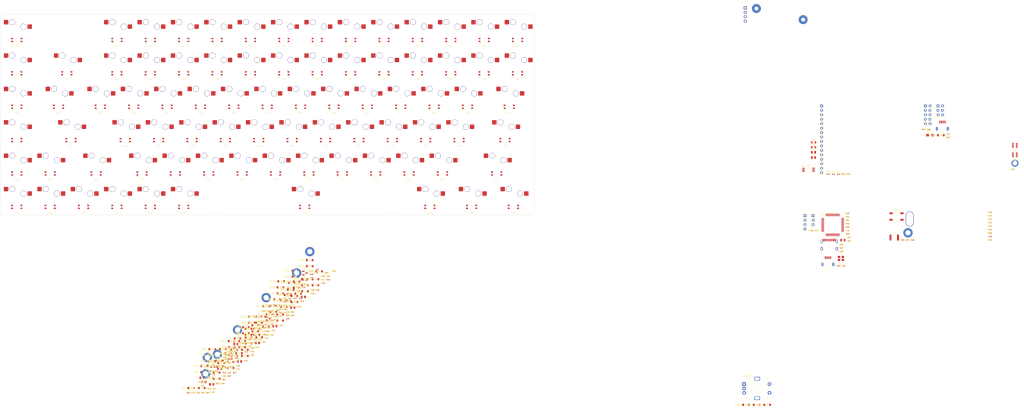
<source format=kicad_pcb>
(kicad_pcb (version 20211014) (generator pcbnew)
  (layers (0 "F.Cu" signal) (31 "B.Cu" signal) (34 "B.Paste" user) (35 "F.Paste" user) (36 "B.SilkS" user "B.Silkscreen") (37 "F.SilkS" user "F.Silkscreen") (38 "B.Mask" user) (39 "F.Mask" user) (44 "Edge.Cuts" user))
  (net 0 "")
  (net 1 "NRST")
  (net 2 "GND")
  (net 3 "BOOT0")
  (net 4 "3V3")
  (net 5 "5V")
  (net 6 "OSC1")
  (net 7 "OSC2")
  (net 8 "Net-(C16-Pad2)")
  (net 9 "Net-(C19-Pad1)")
  (net 10 "Net-(C20-Pad1)")
  (net 11 "Net-(C21-Pad1)")
  (net 12 "Net-(C22-Pad1)")
  (net 13 "Net-(C23-Pad1)")
  (net 14 "Net-(C24-Pad1)")
  (net 15 "Net-(C25-Pad1)")
  (net 16 "Net-(C26-Pad1)")
  (net 17 "Net-(C27-Pad1)")
  (net 18 "Net-(C28-Pad1)")
  (net 19 "Net-(C29-Pad1)")
  (net 20 "Net-(C30-Pad1)")
  (net 21 "Net-(C31-Pad1)")
  (net 22 "Net-(C32-Pad1)")
  (net 23 "Net-(C33-Pad1)")
  (net 24 "Net-(C34-Pad1)")
  (net 25 "Net-(C35-Pad1)")
  (net 26 "Net-(C36-Pad1)")
  (net 27 "Net-(C37-Pad1)")
  (net 28 "Net-(C38-Pad1)")
  (net 29 "Net-(C39-Pad1)")
  (net 30 "Net-(C40-Pad1)")
  (net 31 "Net-(C41-Pad1)")
  (net 32 "Net-(C42-Pad1)")
  (net 33 "Net-(C43-Pad1)")
  (net 34 "Net-(C44-Pad1)")
  (net 35 "Net-(C45-Pad1)")
  (net 36 "Net-(C46-Pad1)")
  (net 37 "Net-(C47-Pad1)")
  (net 38 "Net-(C48-Pad1)")
  (net 39 "Net-(C49-Pad1)")
  (net 40 "Net-(C50-Pad1)")
  (net 41 "Net-(C51-Pad1)")
  (net 42 "Net-(C52-Pad1)")
  (net 43 "Net-(C53-Pad1)")
  (net 44 "Net-(C54-Pad1)")
  (net 45 "Net-(C55-Pad1)")
  (net 46 "Net-(C56-Pad1)")
  (net 47 "Net-(C57-Pad1)")
  (net 48 "Net-(C58-Pad1)")
  (net 50 "Net-(C59-Pad1)")
  (net 51 "Net-(C60-Pad1)")
  (net 52 "Net-(C61-Pad1)")
  (net 53 "Net-(C62-Pad1)")
  (net 54 "Net-(C63-Pad1)")
  (net 55 "Net-(C64-Pad1)")
  (net 56 "Net-(C65-Pad1)")
  (net 57 "Net-(C66-Pad1)")
  (net 58 "Net-(C67-Pad1)")
  (net 59 "Net-(C68-Pad1)")
  (net 60 "Net-(C69-Pad1)")
  (net 61 "Net-(C70-Pad1)")
  (net 62 "Net-(C71-Pad1)")
  (net 63 "Net-(C72-Pad1)")
  (net 64 "Net-(C73-Pad1)")
  (net 65 "Net-(C74-Pad1)")
  (net 66 "Net-(C75-Pad1)")
  (net 67 "Net-(C76-Pad1)")
  (net 68 "Net-(C77-Pad1)")
  (net 69 "Net-(C78-Pad1)")
  (net 70 "Net-(C79-Pad1)")
  (net 71 "Net-(C80-Pad1)")
  (net 72 "Net-(C81-Pad1)")
  (net 73 "Net-(C82-Pad1)")
  (net 74 "Net-(C83-Pad1)")
  (net 75 "Net-(C84-Pad1)")
  (net 76 "Net-(C85-Pad1)")
  (net 77 "Net-(C86-Pad1)")
  (net 78 "Net-(C87-Pad1)")
  (net 79 "Net-(C88-Pad1)")
  (net 80 "Net-(C89-Pad1)")
  (net 81 "Net-(C90-Pad1)")
  (net 82 "Net-(C91-Pad1)")
  (net 83 "Net-(C92-Pad1)")
  (net 84 "Net-(C93-Pad1)")
  (net 85 "Net-(C94-Pad1)")
  (net 86 "Net-(C95-Pad1)")
  (net 87 "Net-(C96-Pad1)")
  (net 88 "Net-(C97-Pad1)")
  (net 89 "Net-(C98-Pad1)")
  (net 90 "Net-(C99-Pad1)")
  (net 91 "Net-(C100-Pad1)")
  (net 92 "Net-(D1-Pad1)")
  (net 93 "Net-(D1-Pad2)")
  (net 94 "R0")
  (net 95 "Net-(D3-Pad2)")
  (net 96 "Net-(D4-Pad2)")
  (net 97 "Net-(D5-Pad2)")
  (net 98 "Net-(D6-Pad2)")
  (net 99 "Net-(D7-Pad2)")
  (net 100 "Net-(D8-Pad2)")
  (net 101 "Net-(D9-Pad2)")
  (net 102 "Net-(D10-Pad2)")
  (net 103 "Net-(D11-Pad2)")
  (net 104 "Net-(D12-Pad2)")
  (net 105 "Net-(D13-Pad2)")
  (net 106 "Net-(D14-Pad2)")
  (net 107 "Net-(D15-Pad2)")
  (net 108 "Net-(D16-Pad2)")
  (net 109 "R1")
  (net 110 "Net-(D17-Pad2)")
  (net 111 "Net-(D18-Pad2)")
  (net 112 "Net-(D19-Pad2)")
  (net 113 "Net-(D20-Pad2)")
  (net 114 "Net-(D21-Pad2)")
  (net 115 "Net-(D22-Pad2)")
  (net 116 "Net-(D23-Pad2)")
  (net 117 "Net-(D24-Pad2)")
  (net 118 "Net-(D25-Pad2)")
  (net 119 "Net-(D26-Pad2)")
  (net 120 "Net-(D27-Pad2)")
  (net 121 "Net-(D28-Pad2)")
  (net 122 "Net-(D29-Pad2)")
  (net 123 "Net-(D30-Pad2)")
  (net 124 "Net-(D31-Pad2)")
  (net 125 "R2")
  (net 126 "Net-(D32-Pad2)")
  (net 127 "Net-(D33-Pad2)")
  (net 128 "Net-(D34-Pad2)")
  (net 129 "Net-(D35-Pad2)")
  (net 130 "Net-(D36-Pad2)")
  (net 131 "Net-(D37-Pad2)")
  (net 132 "Net-(D38-Pad2)")
  (net 133 "Net-(D39-Pad2)")
  (net 134 "Net-(D40-Pad2)")
  (net 135 "Net-(D41-Pad2)")
  (net 136 "Net-(D42-Pad2)")
  (net 137 "Net-(D43-Pad2)")
  (net 138 "Net-(D44-Pad2)")
  (net 139 "Net-(D45-Pad2)")
  (net 140 "Net-(D46-Pad2)")
  (net 141 "R3")
  (net 142 "Net-(D47-Pad2)")
  (net 143 "Net-(D48-Pad2)")
  (net 144 "Net-(D49-Pad2)")
  (net 145 "Net-(D50-Pad2)")
  (net 146 "Net-(D51-Pad2)")
  (net 147 "Net-(D52-Pad2)")
  (net 148 "Net-(D53-Pad2)")
  (net 149 "Net-(D54-Pad2)")
  (net 150 "Net-(D55-Pad2)")
  (net 151 "Net-(D56-Pad2)")
  (net 152 "Net-(D57-Pad2)")
  (net 153 "Net-(D58-Pad2)")
  (net 154 "Net-(D59-Pad2)")
  (net 155 "Net-(D60-Pad2)")
  (net 156 "R4")
  (net 157 "Net-(D61-Pad2)")
  (net 158 "Net-(D62-Pad2)")
  (net 159 "Net-(D63-Pad2)")
  (net 160 "Net-(D64-Pad2)")
  (net 161 "Net-(D65-Pad2)")
  (net 162 "Net-(D66-Pad2)")
  (net 163 "Net-(D67-Pad2)")
  (net 164 "Net-(D68-Pad2)")
  (net 165 "Net-(D69-Pad2)")
  (net 166 "Net-(D70-Pad2)")
  (net 167 "Net-(D71-Pad2)")
  (net 168 "Net-(D72-Pad2)")
  (net 169 "Net-(D73-Pad2)")
  (net 170 "Net-(D74-Pad2)")
  (net 171 "R5")
  (net 172 "Net-(D75-Pad2)")
  (net 173 "Net-(D76-Pad2)")
  (net 174 "Net-(D77-Pad2)")
  (net 175 "Net-(D78-Pad2)")
  (net 176 "Net-(D79-Pad2)")
  (net 177 "Net-(D80-Pad2)")
  (net 178 "Net-(D81-Pad2)")
  (net 179 "Net-(D82-Pad2)")
  (net 180 "Net-(D83-Pad2)")
  (net 181 "Net-(D84-Pad2)")
  (net 182 "Net-(D85-Pad2)")
  (net 183 "Net-(D85-Pad4)")
  (net 184 "Net-(D86-Pad4)")
  (net 185 "Net-(D87-Pad4)")
  (net 186 "Net-(D88-Pad4)")
  (net 187 "Net-(D89-Pad4)")
  (net 188 "Net-(D90-Pad4)")
  (net 189 "Net-(D91-Pad4)")
  (net 190 "Net-(D92-Pad4)")
  (net 191 "Net-(D93-Pad4)")
  (net 192 "Net-(D94-Pad4)")
  (net 193 "Net-(D95-Pad4)")
  (net 194 "Net-(D96-Pad4)")
  (net 195 "Net-(D97-Pad4)")
  (net 196 "RGB_5V")
  (net 197 "Net-(D100-Pad2)")
  (net 198 "Net-(D100-Pad4)")
  (net 199 "Net-(D101-Pad2)")
  (net 200 "Net-(D102-Pad2)")
  (net 201 "Net-(D103-Pad2)")
  (net 202 "Net-(D104-Pad2)")
  (net 203 "Net-(D105-Pad2)")
  (net 204 "Net-(D106-Pad2)")
  (net 205 "Net-(D107-Pad2)")
  (net 206 "Net-(D108-Pad2)")
  (net 207 "Net-(D109-Pad2)")
  (net 208 "Net-(D110-Pad2)")
  (net 209 "Net-(D111-Pad2)")
  (net 210 "Net-(D112-Pad2)")
  (net 211 "Net-(D113-Pad2)")
  (net 212 "Net-(D114-Pad2)")
  (net 213 "Net-(D114-Pad4)")
  (net 214 "Net-(D115-Pad4)")
  (net 215 "Net-(D116-Pad4)")
  (net 216 "Net-(D117-Pad4)")
  (net 217 "Net-(D118-Pad4)")
  (net 218 "Net-(D119-Pad4)")
  (net 219 "Net-(D120-Pad4)")
  (net 220 "Net-(D121-Pad4)")
  (net 221 "Net-(D122-Pad4)")
  (net 222 "Net-(D123-Pad4)")
  (net 223 "Net-(D124-Pad4)")
  (net 224 "Net-(D125-Pad2)")
  (net 225 "Net-(D126-Pad2)")
  (net 226 "Net-(D127-Pad2)")
  (net 227 "Net-(D129-Pad2)")
  (net 228 "Net-(D130-Pad2)")
  (net 229 "Net-(D131-Pad2)")
  (net 230 "Net-(D132-Pad2)")
  (net 231 "Net-(D133-Pad2)")
  (net 232 "Net-(D134-Pad2)")
  (net 233 "Net-(D135-Pad2)")
  (net 234 "Net-(D136-Pad2)")
  (net 235 "Net-(D137-Pad2)")
  (net 236 "Net-(D138-Pad4)")
  (net 237 "Net-(D139-Pad4)")
  (net 238 "Net-(D140-Pad4)")
  (net 239 "Net-(D141-Pad4)")
  (net 240 "Net-(D142-Pad4)")
  (net 241 "Net-(D143-Pad2)")
  (net 242 "Net-(D143-Pad4)")
  (net 243 "Net-(D144-Pad4)")
  (net 244 "Net-(D145-Pad4)")
  (net 245 "Net-(D146-Pad4)")
  (net 246 "Net-(D147-Pad4)")
  (net 247 "Net-(D148-Pad4)")
  (net 248 "Net-(D149-Pad4)")
  (net 249 "Net-(D150-Pad4)")
  (net 250 "Net-(D151-Pad4)")
  (net 251 "Net-(D152-Pad4)")
  (net 252 "Net-(D153-Pad2)")
  (net 253 "Net-(D154-Pad2)")
  (net 254 "Net-(D155-Pad2)")
  (net 255 "Net-(D157-Pad4)")
  (net 256 "Net-(D158-Pad4)")
  (net 257 "Net-(D159-Pad4)")
  (net 258 "Net-(D160-Pad2)")
  (net 259 "Net-(D161-Pad2)")
  (net 260 "Net-(D162-Pad2)")
  (net 261 "Net-(D163-Pad2)")
  (net 262 "Net-(D164-Pad2)")
  (net 263 "Net-(D165-Pad2)")
  (net 264 "RGB_OUT")
  (net 265 "VBUS")
  (net 266 "Net-(FB1-Pad1)")
  (net 267 "GNDPWR")
  (net 268 "Net-(J1-PadA5)")
  (net 269 "DBUS+")
  (net 270 "DBUS-")
  (net 272 "Net-(J1-PadB5)")
  (net 274 "D-")
  (net 275 "D+")
  (net 276 "I2C_DAT")
  (net 277 "I2C_CLK")
  (net 279 "Net-(Q1-Pad3)")
  (net 280 "PB2{slash}BOOT1")
  (net 281 "SDA")
  (net 282 "SCL")
  (net 283 "PA9")
  (net 284 "Net-(R14-Pad2)")
  (net 285 "C0")
  (net 286 "C1")
  (net 287 "C2")
  (net 288 "C3")
  (net 289 "C4")
  (net 290 "C5")
  (net 291 "C6")
  (net 292 "C7")
  (net 293 "C8")
  (net 294 "C9")
  (net 295 "C10")
  (net 296 "C11")
  (net 297 "C12")
  (net 298 "C14")
  (net 299 "C13")
  (net 300 "ENC_SW")
  (net 301 "ENC_B")
  (net 302 "ENC_A")
  (net 303 "E_PC13")
  (net 304 "E_PC0")
  (net 305 "E_PC1")
  (net 306 "E_PC2")
  (net 307 "E_PC3")
  (net 308 "E_PA0")
  (net 309 "E_PA1")
  (net 310 "E_PA2")
  (net 311 "E_PA3")
  (net 312 "E_PB13")
  (net 313 "RGB_3V3")
  (net 314 "SWDIO")
  (net 315 "SWCLK")
  (net 316 "E_PA14")
  (net 317 "E_PC10")
  (net 318 "E_PB4")
  (footprint "acheron_Components:D_SOD-123" (layer "F.Cu") (at 196.01985 227.239601)
    (fp_text reference "D20")
    (fp_text value "1N4148W")
  )
  (footprint "acheron_Components:D_SOD-123" (layer "F.Cu") (at 216.4736 218.379601)
    (fp_text reference "D70")
    (fp_text value "1N4148W")
  )
  (footprint "apollo87h_kicad_library:R_0402_1005Metric_1" (layer "F.Cu") (at 536.16375 178.15)
    (fp_text reference "R80")
    (fp_text value "5.1R")
  )
  (footprint "apollo87h_kicad_library:R_0402_1005Metric_1" (layer "F.Cu") (at 536.16375 170.27)
    (fp_text reference "R18")
    (fp_text value "5.1R")
  )
  (footprint "acheron_Components:D_SOD-123" (layer "F.Cu") (at 226.4136 212.779601)
    (fp_text reference "D40")
    (fp_text value "1N4148W")
  )
  (footprint "acheron_Components:SK6812MINI_3535_6028_3.2x2.8mm_Round" (layer "F.Cu") (at 335.75 145.57 180)
    (fp_text reference "D143")
    (fp_text value "SK6812MINI-E")
  )
  (footprint "acheron_Components:D_SOD-123" (layer "F.Cu") (at 218.38985 211.309601)
    (fp_text reference "D84")
    (fp_text value "1N4148W")
  )
  (footprint "acheron_MXH_MetalRings:MX100H" (layer "F.Cu") (at 142.875 121.44375)
    (fp_text reference "SW56")
    (fp_text value "COLON")
  )
  (footprint "acheron_MXH_MetalRings:MX100H" (layer "F.Cu") (at 300.0375 102.39375)
    (fp_text reference "SW33")
    (fp_text value "W")
  )
  (footprint "acheron_MXH_MetalRings:MX100H" (layer "F.Cu") (at 80.9625 140.49375)
    (fp_text reference "SW72")
    (fp_text value "UP")
  )
  (footprint "acheron_Components:SK6812MINI_3535_6028_3.2x2.8mm_Round" (layer "F.Cu") (at 138.11 69.37 180)
    (fp_text reference "D96")
    (fp_text value "SK6812MINI-E")
  )
  (footprint "acheron_Components:D_SOD-123" (layer "F.Cu") (at 168.76985 255.449601)
    (fp_text reference "D41")
    (fp_text value "1N4148W")
  )
  (footprint "Capacitor_SMD:C_0402_1005Metric" (layer "F.Cu") (at 573.27375 183.54)
    (fp_text reference "C9")
    (fp_text value "12p")
  )
  (footprint "apollo87h_kicad_library:C_0402_1005Metric_1" (layer "F.Cu") (at 236.7136 208.139601)
    (fp_text reference "C93")
    (fp_text value "100n")
  )
  (footprint "acheron_Components:SK6812MINI_3535_6028_3.2x2.8mm_Round" (layer "F.Cu") (at 321.47 164.62)
    (fp_text reference "D158")
    (fp_text value "SK6812MINI-E")
  )
  (footprint "apollo87h_kicad_library:C_0402_1005Metric_1" (layer "F.Cu") (at 217.70985 216.969601)
    (fp_text reference "C55")
    (fp_text value "100n")
  )
  (footprint "apollo87h_kicad_library:C_0402_1005Metric_1" (layer "F.Cu") (at 171.50985 255.439601)
    (fp_text reference "C34")
    (fp_text value "100n")
  )
  (footprint "acheron_MXH_MetalRings:MX100H" (layer "F.Cu") (at 252.4125 64.29375)
    (fp_text reference "SW7")
    (fp_text value "F5")
  )
  (footprint "apollo87h_kicad_library:R_0402_1005Metric_1" (layer "F.Cu") (at 194.9236 244.189601)
    (fp_text reference "R68")
    (fp_text value "5.1R")
  )
  (footprint "acheron_Components:D_SOD-123" (layer "F.Cu") (at 212.2036 226.029601)
    (fp_text reference "D37")
    (fp_text value "1N4148W")
  )
  (footprint "apollo87h_kicad_library:C_0402_1005Metric_1" (layer "F.Cu") (at 167.78985 266.589601)
    (fp_text reference "C69")
    (fp_text value "100n")
  )
  (footprint "acheron_Components:D_SOD-123" (layer "F.Cu") (at 194.1636 239.059601)
    (fp_text reference "D79")
    (fp_text value "1N4148W")
  )
  (footprint "apollo87h_kicad_library:R_0402_1005Metric_1" (layer "F.Cu") (at 219.4336 224.569601)
    (fp_text reference "R36")
    (fp_text value "5.1R")
  )
  (footprint "acheron_MXH_MetalRings:MX100H" (layer "F.Cu") (at 100.0125 159.54375)
    (fp_text reference "SW81")
    (fp_text value "LEFT")
  )
  (footprint "acheron_Components:D_SOD-123" (layer "F.Cu") (at 214.3136 218.139601)
    (fp_text reference "D13")
    (fp_text value "1N4148W")
  )
  (footprint "acheron_Components:SK6812MINI_3535_6028_3.2x2.8mm_Round" (layer "F.Cu") (at 138.11 88.42)
    (fp_text reference "D110")
    (fp_text value "SK6812MINI-E")
  )
  (footprint "acheron_Components:TSSOP-8_4.4x3mm_P0.65mm" (layer "F.Cu") (at 513.70375 143.465)
    (fp_text reference "U3")
    (fp_text value "BL24C256A-SFRC")
  )
  (footprint "acheron_MXH_MetalRings:MX100H" (layer "F.Cu") (at 133.35 140.49375)
    (fp_text reference "SW70")
    (fp_text value "SLSH")
  )
  (footprint "apollo87h_kicad_library:C_0402_1005Metric_1" (layer "F.Cu") (at 183.2136 261.209601)
    (fp_text reference "C72")
    (fp_text value "100n")
  )
  (footprint "Capacitor_SMD:C_0402_1005Metric" (layer "F.Cu") (at 239.5836 206.169601)
    (fp_text reference "C7")
    (fp_text value "100n")
  )
  (footprint "apollo87h_kicad_library:C_0402_1005Metric_1" (layer "F.Cu") (at 180.40985 255.309601)
    (fp_text reference "C40")
    (fp_text value "100n")
  )
  (footprint "acheron_Components:D_SOD-123" (layer "F.Cu") (at 478.02375 277.58)
    (fp_text reference "D28")
    (fp_text value "1N4148W")
  )
  (footprint "apollo87h_kicad_library:R_0402_1005Metric_1" (layer "F.Cu") (at 187.3436 252.789601)
    (fp_text reference "R67")
    (fp_text value "5.1R")
  )
  (footprint "apollo87h_kicad_library:C_0402_1005Metric_1" (layer "F.Cu") (at 174.14985 262.199601)
    (fp_text reference "C76")
    (fp_text value "100n")
  )
  (footprint "apollo87h_kicad_library:C_0402_1005Metric_1" (layer "F.Cu") (at 225.61985 210.529601)
    (fp_text reference "C73")
    (fp_text value "100n")
  )
  (footprint "acheron_Components:D_SOD-123" (layer "F.Cu") (at 173.19985 252.729601)
    (fp_text reference "D72")
    (fp_text value "1N4148W")
  )
  (footprint "acheron_MXH_MetalRings:MX100H" (layer "F.Cu") (at 223.8375 102.39375)
    (fp_text reference "SW37")
    (fp_text value "Y")
  )
  (footprint "acheron_Components:SK6812MINI_3535_6028_3.2x2.8mm_Round" (layer "F.Cu") (at 295.27 126.52)
    (fp_text reference "D131")
    (fp_text value "SK6812MINI-E")
  )
  (footprint "acheron_Components:SK6812MINI_3535_6028_3.2x2.8mm_Round" (layer "F.Cu") (at 280.99 107.47 180)
    (fp_text reference "D117")
    (fp_text value "SK6812MINI-E")
  )
  (footprint "acheron_Components:SK6812MINI_3535_6028_3.2x2.8mm_Round" (layer "F.Cu") (at 228.6 145.57 180)
    (fp_text reference "D148")
    (fp_text value "SK6812MINI-E")
  )
  (footprint "apollo87h_kicad_library:C_0402_1005Metric_1" (layer "F.Cu") (at 206.11985 229.949601)
    (fp_text reference "C67")
    (fp_text value "100n")
  )
  (footprint "apollo87h_kicad_library:R_0402_1005Metric_1" (layer "F.Cu") (at 215.5436 223.059601)
    (fp_text reference "R76")
    (fp_text value "5.1R")
  )
  (footprint "apollo87h_kicad_library:C_0402_1005Metric_1" (layer "F.Cu") (at 165.4736 270.689601)
    (fp_text reference "C50")
    (fp_text value "100n")
  )
  (footprint "acheron_Components:D_SOD-123" (layer "F.Cu") (at 232.3536 209.329601)
    (fp_text reference "D7")
    (fp_text value "1N4148W")
  )
  (footprint "acheron_Components:D_SOD-123" (layer "F.Cu") (at 206.1536 229.479601)
    (fp_text reference "D16")
    (fp_text value "1N4148W")
  )
  (footprint "acheron_Hardware:9774035243R" (layer "F.Cu") (at 229.11485 190.124601)
    (fp_text reference "H4")
    (fp_text value "9774035243R")
  )
  (footprint "acheron_Connectors:SM04B-SRSS-TB(LF)(SN)_mounting-reliefs" (layer "F.Cu") (at 524.76875 194.385)
    (fp_text reference "J2")
    (fp_text value "SM04B-SRSS-TB(LF)(SN)")
  )
  (footprint "acheron_Components:D_SOD-123" (layer "F.Cu") (at 198.7236 237.539601)
    (fp_text reference "D10")
    (fp_text value "1N4148W")
  )
  (footprint "acheron_MXH_MetalRings:MX100H" (layer "F.Cu") (at 180.975 121.44375)
    (fp_text reference "SW54")
    (fp_text value "K")
  )
  (footprint "apollo87h_kicad_library:R_0402_1005Metric_1" (layer "F.Cu") (at 194.9236 240.249601)
    (fp_text reference "R45")
    (fp_text value "5.1R")
  )
  (footprint "acheron_MXH_MetalRings:MX100H" (layer "F.Cu") (at 271.4625 64.29375)
    (fp_text reference "SW6")
    (fp_text value "F4")
  )
  (footprint "acheron_Components:SK6812MINI_3535_6028_3.2x2.8mm_Round" (layer "F.Cu") (at 242.89 107.47 180)
    (fp_text reference "D119")
    (fp_text value "SK6812MINI-E")
  )
  (footprint "acheron_Components:D_SOD-123" (layer "F.Cu") (at 182.6536 248.109601)
    (fp_text reference "D30")
    (fp_text value "1N4148W")
  )
  (footprint "acheron_Components:SK6812MINI_3535_6028_3.2x2.8mm_Round" (layer "F.Cu") (at 119.06 88.42)
    (fp_text reference "D111")
    (fp_text value "SK6812MINI-E")
  )
  (footprint "acheron_MXH_MetalRings:MX125H" (layer "F.Cu") (at 345.28125 159.54375)
    (fp_text reference "SW74")
    (fp_text value "LCTRL")
  )
  (footprint "acheron_Components:D_SOD-123" (layer "F.Cu") (at 220.92985 204.409601)
    (fp_text reference "D81")
    (fp_text value "1N4148W")
  )
  (footprint "acheron_MXH_MetalRings:MX100H" (layer "F.Cu") (at 347.6625 83.34375)
    (fp_text reference "SW16")
    (fp_text value "GRV")
  )
  (footprint "acheron_Components:SK6812MINI_3535_6028_3.2x2.8mm_Round" (layer "F.Cu") (at 166.69 107.47 180)
    (fp_text reference "D123")
    (fp_text value "SK6812MINI-E")
  )
  (footprint "apollo87h_kicad_library:R_0402_1005Metric_1" (layer "F.Cu") (at 205.9536 233.639601)
    (fp_text reference "R24")
    (fp_text value "5.1R")
  )
  (footprint "apollo87h_kicad_library:C_0402_1005Metric_1" (layer "F.Cu") (at 180.67985 248.539601)
    (fp_text reference "C88")
    (fp_text value "100n")
  )
  (footprint "acheron_MountingHoles:MountingHole_2.5x4.0mm" (layer "F.Cu") (at 631.51875 139.695)
    (fp_text reference "H9")
    (fp_text value "MountingHole")
  )
  (footprint "apollo87h_kicad_library:C_0402_1005Metric_1" (layer "F.Cu") (at 183.2136 259.239601)
    (fp_text reference "C53")
    (fp_text value "100n")
  )
  (footprint "apollo87h_kicad_library:C_0402_1005Metric_1" (layer "F.Cu") (at 181.28985 251.359601)
    (fp_text reference "C56")
    (fp_text value "100n")
  )
  (footprint "acheron_Components:D_SOD-123" (layer "F.Cu") (at 192.6736 236.769601)
    (fp_text reference "D58")
    (fp_text value "1N4148W")
  )
  (footprint "acheron_Components:D_SOD-123" (layer "F.Cu") (at 200.1536 227.189601)
    (fp_text reference "D29")
    (fp_text value "1N4148W")
  )
  (footprint "acheron_MXH_MetalRings:MX100H" (layer "F.Cu") (at 157.1625 64.29375)
    (fp_text reference "SW12")
    (fp_text value "F10")
  )
  (footprint "acheron_Components:D_SOD-123" (layer "F.Cu") (at 206.1536 226.029601)
    (fp_text reference "D74")
    (fp_text value "1N4148W")
  )
  (footprint "acheron_Components:SK6812MINI_3535_6028_3.2x2.8mm_Round" (layer "F.Cu") (at 209.55 145.57 180)
    (fp_text reference "D149")
    (fp_text value "SK6812MINI-E")
  )
  (footprint "acheron_MXH_MetalRings:MX125H" (layer "F.Cu") (at 321.46875 159.54375)
    (fp_text reference "SW75")
    (fp_text value "WIN")
  )
  (footprint "acheron_MXH_MetalRings:MX100H" (layer "F.Cu") (at 185.7375 102.39375)
    (fp_text reference "SW39")
    (fp_text value "I")
  )
  (footprint "acheron_Components:SK6812MINI_3535_6028_3.2x2.8mm_Round" (layer "F.Cu") (at 297.65 164.62)
    (fp_text reference "D159")
    (fp_text value "SK6812MINI-E")
  )
  (footprint "apollo87h_kicad_library:R_0402_1005Metric_1" (layer "F.Cu") (at 215.5436 225.029601)
    (fp_text reference "R50")
    (fp_text value "5.1R")
  )
  (footprint "kobuss-footprint:SSD1306" (layer "F.Cu") (at 476.345 48.89475)
    (fp_text reference "J4" hide)
    (fp_text value "SSD1306")
  )
  (footprint "acheron_Components:D_SOD-123" (layer "F.Cu") (at 161.4236 267.979601)
    (fp_text reference "D3")
    (fp_text value "1N4148W")
  )
  (footprint "apollo87h_kicad_library:R_0402_1005Metric_1" (layer "F.Cu") (at 233.44985 200.279601)
    (fp_text reference "R21")
    (fp_text value "5.1R")
  )
  (footprint "apollo87h_kicad_library:C_0402_1005Metric_1" (layer "F.Cu") (at 238.8236 202.229601)
    (fp_text reference "C30")
    (fp_text value "100n")
  )
  (footprint "apollo87h_kicad_library:R_0402_1005Metric_1" (layer "F.Cu") (at 177.55985 252.479601)
    (fp_text reference "R38")
    (fp_text value "5.1R")
  )
  (footprint "acheron_Components:D_SOD-123" (layer "F.Cu") (at 212.33985 210.539601)
    (fp_text reference "D18")
    (fp_text value "1N4148W")
  )
  (footprint "acheron_Components:D_SOD-123" (layer "F.Cu") (at 220.3636 218.909601)
    (fp_text reference "D55")
    (fp_text value "1N4148W")
  )
  (footprint "acheron_MXH_MetalRings:MX100H" (layer "F.Cu") (at 176.2125 64.29375)
    (fp_text reference "SW11")
    (fp_text value "F9")
  )
  (footprint "acheron_Hardware:9774035243R" (layer "F.Cu") (at 176.3786 248.764601)
    (fp_text reference "H1")
    (fp_text value "9774035243R")
  )
  (footprint "acheron_Components:D_SOD-123" (layer "F.Cu") (at 226.3036 205.879601)
    (fp_text reference "D52")
    (fp_text value "1N4148W")
  )
  (footprint "apollo87h_kicad_library:R_0402_1005Metric_1" (layer "F.Cu") (at 182.9336 253.769601)
    (fp_text reference "R81")
    (fp_text value "5.1R")
  )
  (footprint "acheron_Components:SK6812MINI_3535_6028_3.2x2.8mm_Round" (layer "F.Cu") (at 200.02 126.52)
    (fp_text reference "D136")
    (fp_text value "SK6812MINI-E")
  )
  (footprint "apollo87h_kicad_library:R_0402_1005Metric_1" (layer "F.Cu") (at 215.5436 221.089601)
    (fp_text reference "R33")
    (fp_text value "5.1R")
  )
  (footprint "Capacitor_SMD:C_0402_1005Metric" (layer "F.Cu") (at 223.7036 216.819601)
    (fp_text reference "C12")
    (fp_text value "10n")
  )
  (footprint "apollo87h_kicad_library:R_0402_1005Metric_1" (layer "F.Cu") (at 183.85985 247.059601)
    (fp_text reference "R90")
    (fp_text value "5.1R")
  )
  (footprint "acheron_Hardware:9774035243R" (layer "F.Cu") (at 169.7086 259.864601)
    (fp_text reference "H2")
    (fp_text value "9774035243R")
  )
  (footprint "acheron_Components:SK6812MINI_3535_6028_3.2x2.8mm_Round" (layer "F.Cu") (at 290.51 69.37 180)
    (fp_text reference "D88")
    (fp_text value "SK6812MINI-E")
  )
  (footprint "apollo87h_kicad_library:C_0402_1005Metric_1" (layer "F.Cu") (at 536.16375 176.18)
    (fp_text reference "C32")
    (fp_text value "100n")
  )
  (footprint "acheron_Components:D_SOD-123" (layer "F.Cu") (at 190.5636 241.209601)
    (fp_text reference "D76")
    (fp_text value "1N4148W")
  )
  (footprint "acheron_MXH_MetalRings:MX100H" (layer "F.Cu") (at 138.1125 83.34375)
    (fp_text reference "SW27")
    (fp_text value "MINUS")
  )
  (footprint "apollo87h_kicad_library:R_0402_1005Metric_1" (layer "F.Cu") (at 211.09985 223.599601)
    (fp_text reference "R31")
    (fp_text value "5.1R")
  )
  (footprint "acheron_Components:D_SOD-123" (layer "F.Cu") (at 484.07375 277.58)
    (fp_text reference "D57")
    (fp_text value "1N4148W")
  )
  (footprint "acheron_Components:SK6812MINI_3535_6028_3.2x2.8mm_Round" (layer "F.Cu") (at 347.66 88.42)
    (fp_text reference "D99")
    (fp_text value "SK6812MINI-E")
  )
  (footprint "apollo87h_kicad_library:R_0402_1005Metric_1" (layer "F.Cu") (at 196.4136 247.189601)
    (fp_text reference "R15")
    (fp_text value "5.1R")
  )
  (footprint "acheron_Components:SK6812MINI_3535_6028_3.2x2.8mm_Round" (layer "F.Cu") (at 85.72 107.47 180)
    (fp_text reference "D127")
    (fp_text value "SK6812MINI-E")
  )
  (footprint "acheron_Components:SK6812MINI_3535_6028_3.2x2.8mm_Round" (layer "F.Cu") (at 157.16 69.37 180)
    (fp_text reference "D95")
    (fp_text value "SK6812MINI-E")
  )
  (footprint "apollo87h_kicad_library:R_0402_1005Metric_1" (layer "F.Cu") (at 180.3436 263.179601)
    (fp_text reference "R29")
    (fp_text value "5.1R")
  )
  (footprint "acheron_MXH_MetalRings:MX100H" (layer "F.Cu") (at 80.9625 159.54375)
    (fp_text reference "SW82")
    (fp_text value "DOWN")
  )
  (footprint "apollo87h_kicad_library:R_0402_1005Metric_1" (layer "F.Cu") (at 208.22985 223.989601)
    (fp_text reference "R25")
    (fp_text value "5.1R")
  )
  (footprint "acheron_Hardware:K2-1187SQ-A4SW-06" (layer "F.Cu") (at 563.92375 170.13)
    (fp_text reference "SW1")
    (fp_text value "K2-1187SQ-A4SW-06")
  )
  (footprint "acheron_Components:D_SOD-123" (layer "F.Cu") (at 200.2136 239.059601)
    (fp_text reference "D5")
    (fp_text value "1N4148W")
  )
  (footprint "Package_TO_SOT_SMD:SOT-23" (layer "F.Cu") (at 205.5236 228.459601)
    (fp_text reference "U2")
    (fp_text value "MCP1700T-3302E/TT")
  )
  (footprint "apollo87h_kicad_library:R_0402_1005Metric_1" (layer "F.Cu") (at 230.7736 212.039601)
    (fp_text reference "R43")
    (fp_text value "5.1R")
  )
  (footprint "acheron_Components:D_SOD-123" (layer "F.Cu") (at 172.5236 255.119601)
    (fp_text reference "D71")
    (fp_text value "1N4148W")
  )
  (footprint "acheron_Components:SK6812MINI_3535_6028_3.2x2.8mm_Round" (layer "F.Cu") (at 238.12 126.52)
    (fp_text reference "D134")
    (fp_text value "SK6812MINI-E")
  )
  (footprint "acheron_MXH_MetalRings:MX100H" (layer "F.Cu") (at 233.3625 64.29375)
    (fp_text reference "SW8")
    (fp_text value "F6")
  )
  (footprint "apollo87h_kicad_library:C_0402_1005Metric_1" (layer "F.Cu") (at 184.2036 255.739601)
    (fp_text reference "C59")
    (fp_text value "100n")
  )
  (footprint "acheron_MXH_MetalRings:MX175H" (layer "F.Cu") (at 107.15625 140.49375)
    (fp_text reference "SW71")
    (fp_text value "RSHFT")
  )
  (footprint "apollo87h_kicad_library:C_0402_1005Metric_1" (layer "F.Cu") (at 222.74985 212.539601)
    (fp_text reference "C23")
    (fp_text value "100n")
  )
  (footprint "apollo87h_kicad_library:C_0402_1005Metric_1" (layer "F.Cu") (at 209.4036 229.189601)
    (fp_text reference "C70")
    (fp_text value "100n")
  )
  (footprint "acheron_Components:D_SOD-123" (layer "F.Cu") (at 229.08985 194.999601)
    (fp_text reference "D73")
    (fp_text value "1N4148W")
  )
  (footprint "acheron_Components:SK6812MINI_3535_6028_3.2x2.8mm_Round" (layer "F.Cu") (at 119.06 164.62)
    (fp_text reference "D163")
    (fp_text value "SK6812MINI-E")
  )
  (footprint "apollo87h_kicad_library:R_0402_1005Metric_1" (layer "F.Cu") (at 243.2736 201.189601)
    (fp_text reference "R58")
    (fp_text value "5.1R")
  )
  (footprint "Resistor_SMD:R_0805_2012Metric" (layer "F.Cu") (at 182.05985 248.899601)
    (fp_text reference "R2")
    (fp_text value "5.1k")
  )
  (footprint "apollo87h_kicad_library:R_0402_1005Metric_1" (layer "F.Cu") (at 183.85985 245.089601)
    (fp_text reference "R46")
    (fp_text value "5.1R")
  )
  (footprint "apollo87h_kicad_library:R_0402_1005Metric_1" (layer "F.Cu") (at 201.38985 233.889601)
    (fp_text reference "R64")
    (fp_text value "5.1R")
  )
  (footprint "acheron_MXH_MetalRings:MX100H" (layer "F.Cu") (at 61.9125 159.54375)
    (fp_text reference "SW83")
    (fp_text value "RIGHT")
  )
  (footprint "apollo87h_kicad_library:R_0402_1005Metric_1" (layer "F.Cu") (at 617.38375 183.5)
    (fp_text reference "R96")
    (fp_text value "5.1R")
  )
  (footprint "acheron_Hardware:9774035243R" (layer "F.Cu") (at 221.5886 202.334601)
    (fp_text reference "H6")
    (fp_text value "9774035243R")
  )
  (footprint "acheron_Components:D_SOD-123" (layer "F.Cu") (at 184.5136 241.209601)
    (fp_text reference "D21")
    (fp_text value "1N4148W")
  )
  (footprint "apollo87h_kicad_library:R_0402_1005Metric_1" (layer "F.Cu") (at 179.6636 265.369601)
    (fp_text reference "R51")
    (fp_text value "5.1R")
  )
  (footprint "acheron_Components:SOT-23-6" (layer "F.Cu") (at 631.44375 129.505)
    (fp_text reference "U1")
    (fp_text value "USBLC6-2SC6")
  )
  (footprint "apollo87h_kicad_library:C_0402_1005Metric_1" (layer "F.Cu") (at 202.3536 235.639601)
    (fp_text reference "C86")
    (fp_text value "100n")
  )
  (footprint "acheron_Components:D_SOD-123" (layer "F.Cu") (at 175.9836 259.209601)
    (fp_text reference "D63")
    (fp_text value "1N4148W")
  )
  (footprint "acheron_MXH_MetalRings:MX100H" (layer "F.Cu") (at 147.6375 102.39375)
    (fp_text reference "SW41")
    (fp_text value "P")
  )
  (footprint "acheron_Components:D_SOD-123" (layer "F.Cu") (at 200.1536 230.639601)
    (fp_text reference "D54")
    (fp_text value "1N4148W")
  )
  (footprint "apollo87h_kicad_library:R_0402_1005Metric_1" (layer "F.Cu") (at 176.7936 265.369601)
    (fp_text reference "R28")
    (fp_text value "5.1R")
  )
  (footprint "apollo87h_kicad_library:C_0402_1005Metric_1" (layer "F.Cu") (at 230.17985 201.159601)
    (fp_text reference "C85")
    (fp_text value "100n")
  )
  (footprint "apollo87h_kicad_library:C_0402_1005Metric_1" (layer "F.Cu") (at 230.7736 214.009601)
    (fp_text reference "C45")
    (fp_text value "100n")
  )
  (footprint "acheron_MXH_MetalRings:MX100H" (layer "F.Cu") (at 61.9125 64.29375)
    (fp_text reference "SW15")
    (fp_text value "KNOB")
  )
  (footprint "acheron_Components:SK6812MINI_3535_6028_3.2x2.8mm_Round" (layer "F.Cu") (at 271.46 69.37 180)
    (fp_text reference "D89")
    (fp_text value "SK6812MINI-E")
  )
  (footprint "apollo87h_kicad_library:C_0402_1005Metric_1" (layer "F.Cu") (at 212.6736 223.059601)
    (fp_text reference "C84")
    (fp_text value "100n")
  )
  (footprint "acheron_MXH_MetalRings:MX100H" (layer "F.Cu") (at 214.3125 64.29375)
    (fp_text reference "SW9")
    (fp_text value "F7")
  )
  (footprint "Capacitor_SMD:C_0402_1005Metric" (layer "F.Cu") (at 186.0836 259.239601)
    (fp_text reference "C10")
    (fp_text value "12p")
  )
  (footprint "acheron_MXH_MetalRings:MX100H" (layer "F.Cu") (at 152.4 140.49375)
    (fp_text reference "SW69")
    (fp_text value "DOT")
  )
  (footprint "acheron_Components:SK6812MINI_3535_6028_3.2x2.8mm_Round" (layer "F.Cu") (at 92.87 126.52)
    (fp_text reference "D141")
    (fp_text value "SK6812MINI-E")
  )
  (footprint "acheron_Connectors:SM04B-SRSS-TB(LF)(SN)_mounting-reliefs" (layer "F.Cu") (at 590.08875 116.955)
    (fp_text reference "J3")
    (fp_text value "SM04B-SRSS-TB(LF)(SN)")
  )
  (footprint "apollo87h_kicad_library:C_0402_1005Metric_1" (layer "F.Cu") (at 212.6736 221.089601)
    (fp_text reference "C83")
    (fp_text value "100n")
  )
  (footprint "acheron_Components:SK6812MINI_3535_6028_3.2x2.8mm_Round" (layer "F.Cu") (at 180.97 126.52)
    (fp_text reference "D137")
    (fp_text value "SK6812MINI-E")
  )
  (footprint "acheron_Components:SK6812MINI_3535_6028_3.2x2.8mm_Round" (layer "F.Cu") (at 80.96 145.57 180)
    (fp_text reference "D155")
    (fp_text value "SK6812MINI-E")
  )
  (footprint "apollo87h_kicad_library:C_0402_1005Metric_1" (layer "F.Cu") (at 177.80985 248.539601)
    (fp_text reference "C41")
    (fp_text value "100n")
  )
  (footprint "apollo87h_kicad_library:C_0402_1005Metric_1" (layer "F.Cu") (at 174.7036 268.379601)
    (fp_text reference "C48")
    (fp_text value "100n")
  )
  (footprint "acheron_MXH_MetalRings:MX100H" (layer "F.Cu") (at 309.5625 83.34375)
    (fp_text reference "SW18")
    (fp_text value "2")
  )
  (footprint "apollo87h_kicad_library:R_0402_1005Metric_1" (layer "F.Cu") (at 174.37985 255.439601)
    (fp_text reference "R95")
    (fp_text value "5.1R")
  )
  (footprint "apollo87h_kicad_library:R_0402_1005Metric_1" (layer "F.Cu") (at 192.6636 252.339601)
    (fp_text reference "R65")
    (fp_text value "5.1R")
  )
  (footprint "acheron_MXH_MetalRings:MX100H" (layer "F.Cu") (at 195.2625 83.34375)
    (fp_text reference "SW24")
    (fp_text value "8")
  )
  (footprint "acheron_Components:D_SOD-123" (layer "F.Cu") (at 190.5636 244.659601)
    (fp_text reference "D42")
    (fp_text value "1N4148W")
  )
  (footprint "acheron_Components:SK6812MINI_3535_6028_3.2x2.8mm_Round" (layer "F.Cu") (at 328.61 88.42)
    (fp_text reference "D100")
    (fp_text value "SK6812MINI-E")
  )
  (footprint "apollo87h_kicad_library:R_0402_1005Metric_1" (layer "F.Cu") (at 216.5636 224.569601)
    (fp_text reference "R26")
    (fp_text value "5.1R")
  )
  (footprint "apollo87h_kicad_library:C_0402_1005Metric_1" (layer "F.Cu") (at 181.3336 256.349601)
    (fp_text reference "C75")
    (fp_text value "100n")
  )
  (footprint "apollo87h_kicad_library:R_0402_1005Metric_1" (layer "F.Cu") (at 582.39375 120.46)
    (fp_text reference "R57")
    (fp_text value "5.1R")
  )
  (footprint "acheron_Components:D_SOD-123" (layer "F.Cu") (at 177.8436 252.309601)
    (fp_text reference "D25")
    (fp_text value "1N4148W")
  )
  (footprint "acheron_Components:D_SOD-123" (layer "F.Cu") (at 212.76985 207.089601)
    (fp_text reference "D75")
    (fp_text value "1N4148W")
  )
  (footprint "apollo87h_kicad_library:C_0402_1005Metric_1" (layer "F.Cu") (at 570.40375 183.54)
    (fp_text reference "C28")
    (fp_text value "100n")
  )
  (footprint "acheron_Components:D_SOD-123" (layer "F.Cu") (at 218.1436 212.009601)
    (fp_text reference "D66")
    (fp_text value "1N4148W")
  )
  (footprint "acheron_Components:D_SOD-123" (layer "F.Cu") (at 202.06985 227.239601)
    (fp_text reference "D39")
    (fp_text value "1N4148W")
  )
  (footprint "Capacitor_SMD:C_0402_1005Metric" (layer "F.Cu") (at 617.38375 181.53)
    (fp_text reference "C6")
    (fp_text value "100n")
  )
  (footprint "acheron_MXH_MetalRings:MX150H" (layer "F.Cu") (at 85.725 102.39375)
    (fp_text reference "SW44")
    (fp_text value "BSLS")
  )
  (footprint "apollo87h_kicad_library:C_0402_1005Metric_1" (layer "F.Cu") (at 186.16985 247.299601)
    (fp_text reference "C61")
    (fp_text value "100n")
  )
  (footprint "Capacitor_SMD:C_0805_2012Metric" (layer "F.Cu") (at 177.6736 256.869601)
    (fp_text reference "C17")
    (fp_text value "100n")
  )
  (footprint "apollo87h_kicad_library:C_0402_1005Metric_1" (layer "F.Cu") (at 169.69985 264.619601)
    (fp_text reference "C71")
    (fp_text value "100n")
  )
  (footprint "acheron_Components:D_SOD-123" (layer "F.Cu") (at 177.8436 255.759601)
    (fp_text reference "D44")
    (fp_text value "1N4148W")
  )
  (footprint "apollo87h_kicad_library:R_0402_1005Metric_1" (layer "F.Cu") (at 166.82985 264.619601)
    (fp_text reference "R86")
    (fp_text value "5.1R")
  )
  (footprint "apollo87h_kicad_library:C_0402_1005Metric_1" (layer "F.Cu") (at 173.12985 258.259601)
    (fp_text reference "C79")
    (fp_text value "100n")
  )
  (footprint "acheron_MXH_MetalRings:MX150H" (layer "F.Cu") (at 342.9 102.39375)
    (fp_text reference "SW31")
    (fp_text value "TAB")
  )
  (footprint "apollo87h_kicad_library:C_0402_1005Metric_1" (layer "F.Cu") (at 199.2836 244.719601)
    (fp_text reference "C65")
    (fp_text value "100n")
  )
  (footprint "Capacitor_SMD:C_0805_2012Metric" (layer "F.Cu") (at 516.53375 133.47)
    (fp_text reference "C5")
    (fp_text value "1u")
  )
  (footprint "acheron_Components:CP_EIA-3216-10_Kemet-I_Pad1.58x1.35mm_HandSolder" (layer "F.Cu") (at 583.08875 123.665002)
    (fp_text reference "C13")
    (fp_text value "10u")
  )
  (footprint "acheron_Components:SK6812MINI_3535_6028_3.2x2.8mm_Round" (layer "F.Cu") (at 61.91 145.57 180)
    (fp_text reference "D156")
    (fp_text value "SK6812MINI-E")
  )
  (footprint "acheron_Components:SK6812MINI_3535_6028_3.2x2.8mm_Round" (layer "F.Cu") (at 80.96 164.62)
    (fp_text reference "D165")
    (fp_text value "SK6812MINI-E")
  )
  (footprint "apollo87h_kicad_library:R_0402_1005Metric_1" (layer "F.Cu") (at 202.9336 241.769601)
    (fp_text reference "R85")
    (fp_text value "5.1R")
  )
  (footprint "acheron_Components:D_SOD-123" (layer "F.Cu") (at 204.0436 232.929601)
    (fp_text reference "D26")
    (fp_text value "1N4148W")
  )
  (footprint "acheron_Components:D_SOD-123" (layer "F.Cu") (at 220.92985 200.959601)
    (fp_text reference "D11")
    (fp_text value "1N4148W")
  )
  (footprint "apollo87h_kicad_library:R_0402_1005Metric_1" (layer "F.Cu") (at 579.52375 120.46)
    (fp_text reference "R79")
    (fp_text value "5.1R")
  )
  (footprint "acheron_Components:SK6812MINI_3535_6028_3.2x2.8mm_Round" (layer "F.Cu") (at 171.45 145.57 180)
    (fp_text reference "D151")
    (fp_text value "SK6812MINI-E")
  )
  (footprint "apollo87h_kicad_library:C_0402_1005Metric_1" (layer "F.Cu") (at 207.3836 231.669601)
    (fp_text reference "C100")
    (fp_text value "100n")
  )
  (footprint "apollo87h_kicad_library:C_0402_1005Metric_1" (layer "F.Cu") (at 207.4436 237.609601)
    (fp_text reference "C60")
    (fp_text value "100n")
  )
  (footprint "acheron_Components:D_SOD-123" (layer "F.Cu") (at 221.5636 210.659601)
    (fp_text reference "D32")
    (fp_text value "1N4148W")
  )
  (footprint "acheron_Components:D_SOD-123" (layer "F.Cu") (at 210.47985 220.889601)
    (fp_text reference "D64")
    (fp_text value "1N4148W")
  )
  (footprint "acheron_Hardware:9774035243R" (layer "F.Cu") (at 170.65485 250.574601)
    (fp_text reference "H8")
    (fp_text value "9774035243R")
  )
  (footprint "Resistor_SMD:R_0805_2012Metric" (layer "F.Cu") (at 217.46985 214.509601)
    (fp_text reference "R7")
    (fp_text value "100k")
  )
  (footprint "Resistor_SMD:R_0805_2012Metric" (layer "F.Cu") (at 199.2936 242.259601)
    (fp_text reference "R3")
    (fp_text value "100R")
  )
  (footprint "apollo87h_kicad_library:R_0402_1005Metric_1" (layer "F.Cu") (at 174.14985 260.229601)
    (fp_text reference "R72")
    (fp_text value "5.1R")
  )
  (footprint "apollo87h_kicad_library:C_0402_1005Metric_1" (layer "F.Cu") (at 204.5736 237.609601)
    (fp_text reference "C95")
    (fp_text value "100n")
  )
  (footprint "acheron_MXH_MetalRings:MX100H" (layer "F.Cu") (at 157.1625 159.54375)
    (fp_text reference "SW78")
    (fp_text value "RALT")
  )
  (footprint "acheron_Components:SK6812MINI_3535_6028_3.2x2.8mm_Round" (layer "F.Cu") (at 195.26 69.37 180)
    (fp_text reference "D93")
    (fp_text value "SK6812MINI-E")
  )
  (footprint "apollo87h_kicad_library:R_0402_1005Metric_1" (layer "F.Cu") (at 515.41375 178.16)
    (fp_text reference "R83")
    (fp_text value "5.1R")
  )
  (footprint "apollo87h_kicad_library:C_0402_1005Metric_1" (layer "F.Cu") (at 171.27985 261.609601)
    (fp_text reference "C92")
    (fp_text value "100n")
  )
  (footprint "acheron_MXH_MetalRings:MX100H" (layer "F.Cu") (at 157.1625 83.34375)
    (fp_text reference "SW26")
    (fp_text value "0")
  )
  (footprint "acheron_Components:D_SOD-123" (layer "F.Cu") (at 232.3536 205.879601)
    (fp_text reference "D48")
    (fp_text value "1N4148W")
  )
  (footprint "acheron_MXH_MetalRings:MX175H" (layer "F.Cu") (at 340.51875 121.44375)
    (fp_text reference "SW46")
    (fp_text value "CAPS")
  )
  (footprint "acheron_MXH_MetalRings:MX100H" (layer "F.Cu") (at 257.175 121.44375)
    (fp_text reference "SW50")
    (fp_text value "F")
  )
  (footprint "acheron_Components:SK6812MINI_3535_6028_3.2x2.8mm_Round" (layer "F.Cu") (at 128.59 107.47 180)
    (fp_text reference "D125")
    (fp_text value "SK6812MINI-E")
  )
  (footprint "acheron_Components:D_SOD-123" (layer "F.Cu") (at 234.4636 201.439601)
    (fp_text reference "D24")
    (fp_text value "1N4148W")
  )
  (footprint "acheron_Components:D_SOD-123" (layer "F.Cu") (at 214.3136 221.589601)
    (fp_text reference "D45")
    (fp_text value "1N4148W")
  )
  (footprint "acheron_Components:SK6812MINI_3535_6028_3.2x2.8mm_Round" (layer "F.Cu") (at 61.91 88.42)
    (fp_text reference "D113")
    (fp_text value "SK6812MINI-E")
  )
  (footprint "acheron_Components:SK6812MINI_3535_6028_3.2x2.8mm_Round" (layer "F.Cu") (at 123.82 126.52)
    (fp_text reference "D140")
    (fp_text value "SK6812MINI-E")
  )
  (footprint "acheron_Components:SK6812MINI_3535_6028_3.2x2.8mm_Round" (layer "F.Cu") (at 185.74 107.47 180)
    (fp_text reference "D122")
    (fp_text value "SK6812MINI-E")
  )
  (footprint "apollo87h_kicad_library:C_0402_1005Metric_1" (layer "F.Cu") (at 518.28375 178.16)
    (fp_text reference "C89")
    (fp_text value "100n")
  )
  (footprint "apollo87h_kicad_library:C_0402_1005Metric_1" (layer "F.Cu") (at 224.7236 218.439601)
    (fp_text reference "C20")
    (fp_text value "100n")
  )
  (footprint "apollo87h_kicad_library:R_0402_1005Metric_1" (layer "F.Cu") (at 223.0836 221.619601)
    (fp_text reference "R40")
    (fp_text value "5.1R")
  )
  (footprint "apollo87h_kicad_library:R_0402_1005Metric_1" (layer "F.Cu") (at 536.16375 174.21)
    (fp_text reference "R73")
    (fp_text value "5.1R")
  )
  (footprint "acheron_Components:D_SOD-123" (layer "F.Cu") (at 173.44985 245.829601)
    (fp_text reference "D69")
    (fp_text value "1N4148W")
  )
  (footprint "apollo87h_kicad_library:C_0402_1005Metric_1" (layer "F.Cu") (at 200.37985 229.949601)
    (fp_text reference "C99")
    (fp_text value "100n")
  )
  (footprint "acheron_Components:SK6812MINI_3535_6028_3.2x2.8mm_Round" (layer "F.Cu") (at 138.11 164.62)
    (fp_text reference "D162")
    (fp_text value "SK6812MINI-E")
  )
  (footprint "acheron_MXH_MetalRings:MX100H" (layer "F.Cu") (at 290.5125 64.29375)
    (fp_text reference "SW5")
    (fp_text value "F3")
  )
  (footprint "acheron_Components:SK6812MINI_3535_6028_3.2x2.8mm_Round" (layer "F.Cu") (at 195.26 88.42)
    (fp_text reference "D107")
    (fp_text value "SK6812MINI-E")
  )
  (footprint "acheron_Connectors:PinHeader_2x5_P2.54mm_Vertical_Staggered" (layer "F.Cu") (at 581.68675 112.073)
    (fp_text reference "X2" hide)
    (fp_text value "ARM JTAG" hide)
  )
  (footprint "apollo87h_kicad_library:C_0402_1005Metric_1" (layer "F.Cu") (at 617.38375 173.65)
    (fp_text reference "C49")
    (fp_text value "100n")
  )
  (footprint "acheron_Components:D_SOD-123" (layer "F.Cu") (at 167.4736 267.979601)
    (fp_text reference "D35")
    (fp_text value "1N4148W")
  )
  (footprint "apollo87h_kicad_library:C_0402_1005Metric_1" (layer "F.Cu") (at 177.80985 250.509601)
    (fp_text reference "C36")
    (fp_text value "100n")
  )
  (footprint "Capacitor_SMD:C_0402_1005Metric" (layer "F.Cu") (at 230.17985 203.129601)
    (fp_text reference "C14")
    (fp_text value "100n")
  )
  (footprint "acheron_Components:D_SOD-123" (layer "F.Cu") (at 183.8936 253.079601)
    (fp_text reference "D19")
    (fp_text value "1N4148W")
  )
  (footprint "acheron_Components:SK6812MINI_3535_6028_3.2x2.8mm_Round" (layer "F.Cu") (at 328.61 69.37 180)
    (fp_text reference "D86")
    (fp_text value "SK6812MINI-E")
  )
  (footprint "apollo87h_kicad_library:C_0402_1005Metric_1" (layer "F.Cu") (at 216.5636 226.539601)
    (fp_text reference "C35")
    (fp_text value "100n")
  )
  (footprint "acheron_Components:SK6812MINI_3535_6028_3.2x2.8mm_Round" (layer "F.Cu") (at 61.91 126.52)
    (fp_text reference "D142")
    (fp_text value "SK6812MINI-E")
  )
  (footprint "apollo87h_kicad_library:C_0402_1005Metric_1" (layer "F.Cu") (at 203.0836 233.639601)
    (fp_text reference "C27")
    (fp_text value "100n")
  )
  (footprint "apollo87h_kicad_library:C_0402_1005Metric_1" (layer "F.Cu") (at 203.24985 231.919601)
    (fp_text reference "C90")
    (fp_text value "100n")
  )
  (footprint "acheron_Components:D_SOD-123" (layer "F.Cu") (at 208.3136 221.059601)
    (fp_text reference "D36")
    (fp_text value "1N4148W")
  )
  (footprint "acheron_Components:D_SOD-123" (layer "F.Cu") (at 589.21375 123.74)
    (fp_text reference "D46")
    (fp_text value "1N4148W")
  )
  (footprint "acheron_Components:SK6812MINI_3535_6028_3.2x2.8mm_Round" (layer "F.Cu") (at 266.7 145.57 180)
    (fp_text reference "D146")
    (fp_text value "SK6812MINI-E")
  )
  (footprint "acheron_MXH_MetalRings:MX100H" (layer "F.Cu") (at 295.275 121.44375)
    (fp_text reference "SW48")
    (fp_text value "S")
  )
  (footprint "Capacitor_SMD:C_0805_2012Metric" (layer "F.Cu") (at 516.53375 136.48)
    (fp_text reference "C3")
    (fp_text value "100n")
  )
  (footprint "Inductor_SMD:L_0805_2012Metric" (layer "F.Cu") (at 516.58375 127.84)
    (fp_text reference "FB2")
    (fp_text value "CBW201209U121T")
  )
  (footprint "apollo87h_kicad_library:R_0402_1005Metric_1" (layer "F.Cu") (at 536.54375 145.95)
    (fp_text reference "R92")
    (fp_text value "5.1R")
  )
  (footprint "Resistor_SMD:R_0805_2012Metric" (layer "F.Cu") (at 189.0236 252.829601)
    (fp_text reference "R5")
    (fp_text value "1M")
  )
  (footprint "apollo87h_kicad_library:R_0402_1005Metric_1" (layer "F.Cu") (at 185.69985 249.269601)
    (fp_text reference "R75")
    (fp_text value "5.1R")
  )
  (footprint "acheron_MXH_MetalRings:MX100H" (layer "F.Cu") (at 247.65 140.49375)
    (fp_text reference "SW64")
    (fp_text value "V")
  )
  (footprint "acheron_Components:SK6812MINI_3535_6028_3.2x2.8mm_Round" (layer "F.Cu") (at 342.9 107.47 180)
    (fp_text reference "D114")
    (fp_text value "SK6812MINI-E")
  )
  (footprint "acheron_MXH_MetalRings:MX100H" (layer "F.Cu") (at 161.925 121.44375)
    (fp_text reference "SW55")
    (fp_text value "L")
  )
  (footprint "apollo87h_kicad_library:C_0402_1005Metric_1" (layer "F.Cu") (at 196.4136 249.159601)
    (fp_text reference "C91")
    (fp_text value "100n")
  )
  (footprint "apollo87h_kicad_library:R_0402_1005Metric_1" (layer "F.Cu") (at 197.7936 242.219601)
    (fp_text reference "R47")
    (fp_text value "5.1R")
  )
  (footprint "acheron_MXH_MetalRings:MX100H" (layer "F.Cu") (at 238.125 121.44375)
    (fp_text reference "SW51")
    (fp_text value "G")
  )
  (footprint "apollo87h_kicad_library:R_0402_1005Metric_1" (layer "F.Cu") (at 197.7936 240.249601)
    (fp_text reference "R84")
    (fp_text value "5.1R")
  )
  (footprint "acheron_Components:D_SOD-123" (layer "F.Cu") (at 178.5736 253.639601)
    (fp_text reference "D15")
    (fp_text value "1N4148W")
  )
  (footprint "acheron_Components:D_SOD-123" (layer "F.Cu") (at 221.5636 207.209601)
    (fp_text reference "D53")
    (fp_text value "1N4148W")
  )
  (footprint "Capacitor_SMD:C_0805_2012Metric" (layer "F.Cu") (at 173.1336 265.889601)
    (fp_text reference "C2")
    (fp_text value "10u")
  )
  (footprint "acheron_MXH_MetalRings:MX100H" (layer "F.Cu") (at 328.6125 64.29375)
    (fp_text reference "SW3")
    (fp_text value "F1")
  )
  (footprint "apollo87h_kicad_library:C_0402_1005Metric_1" (layer "F.Cu") (at 204.5136 231.669601)
    (fp_text reference "C37")
    (fp_text value "100n")
  )
  (footprint "acheron_Connectors:PinHeader_1x4_P2.54mm_Vertical" (layer "F.Cu") (at 511.65675 173.453)
    (fp_text reference "X1" hide)
    (fp_text value "USB pins" hide)
  )
  (footprint "apollo87h_kicad_library:C_0402_1005Metric_1" (layer "F.Cu") (at 180.3436 261.209601)
    (fp_text reference "C81")
    (fp_text value "100n")
  )
  (footprint "acheron_MXH_MetalRings:MX100H" (layer "F.Cu") (at 61.9125 121.44375)
    (fp_text reference "SW59")
    (fp_text value "PGUP")
  )
  (footprint "acheron_Components:D_SOD-123" (layer "F.Cu") (at 222.5236 214.109601)
    (fp_text reference "D61")
    (fp_text value "1N4148W")
  )
  (footprint "acheron_Components:SK6812MINI_3535_6028_3.2x2.8mm_Round" (layer "F.Cu") (at 147.64 107.47 180)
    (fp_text reference "D124")
    (fp_text value "SK6812MINI-E")
  )
  (footprint "acheron_MXH_MetalRings:MX100H" (layer "F.Cu") (at 328.6125 83.34375)
    (fp_text reference "SW17")
    (fp_text value "1")
  )
  (footprint "apollo87h_kicad_library:C_0402_1005Metric_1" (layer "F.Cu") (at 593.57375 124.97)
    (fp_text reference "C39")
    (fp_text value "100n")
  )
  (footprint "acheron_MXH_MetalRings:MX100H" (layer "F.Cu") (at 190.5 140.49375)
    (fp_text reference "SW67")
    (fp_text value "M")
  )
  (footprint "acheron_Hardware:9774035243R" (layer "F.Cu") (at 187.88485 234.794601)
    (fp_text reference "H5")
    (fp_text value "9774035243R")
  )
  (footprint "acheron_MXH_MetalRings:MX100H" (layer "F.Cu") (at 166.6875 102.39375)
    (fp_text reference "SW40")
    (fp_text value "O")
  )
  (footprint "acheron_MXH_MetalRings:MX100H" (layer "F.Cu") (at 109.5375 102.39375)
    (fp_text reference "SW43")
    (fp_text value "RBRKT")
  )
  (footprint "kobuss-footprint:PEC11R-4220K-S0024" (layer "F.Cu") (at 476.92375 265.73)
    (fp_text reference "SW84")
    (fp_text value "RotaryEncoder_Switch")
  )
  (footprint "acheron_Components:D_SOD-123" (layer "F.Cu") (at 188.7036 248.109601)
    (fp_text reference "D59")
    (fp_text value "1N4148W")
  )
  (footprint "Package_TO_SOT_SMD:SOT-23" (layer "F.Cu") (at 226.29985 202.399601)
    (fp_text reference "Q1")
    (fp_text value "DTC123JKAT146")
  )
  (footprint "acheron_Components:SK6812MINI_3535_6028_3.2x2.8mm_Round" (layer "F.Cu") (at 345.28 164.62)
    (fp_text reference "D157")
    (fp_text value "SK6812MINI-E")
  )
  (footprint "acheron_Components:SK6812MINI_3535_6028_3.2x2.8mm_Round" (layer "F.Cu") (at 107.15 145.57 180)
    (fp_text reference "D154")
    (fp_text value "SK6812MINI-E")
  )
  (footprint "apollo87h_kicad_library:C_0402_1005Metric_1" (layer "F.Cu") (at 196.4136 245.219601)
    (fp_text reference "C62")
    (fp_text value "100n")
  )
  (footprint "apollo87h_kicad_library:R_0402_1005Metric_1" (layer "F.Cu") (at 198.51985 233.889601)
    (fp_text reference "R34")
    (fp_text value "5.1R")
  )
  (footprint "acheron_Components:SK6812MINI_3535_6028_3.2x2.8mm_Round" (layer "F.Cu") (at 161.92 126.52)
    (fp_text reference "D138")
    (fp_text value "SK6812MINI-E")
  )
  (footprint "acheron_Components:SK6812MINI_3535_6028_3.2x2.8mm_Round" (layer "F.Cu") (at 142.87 126.52)
    (fp_text reference "D139")
    (fp_text value "SK6812MINI-E")
  )
  (footprint "acheron_Components:SK6812MINI_3535_6028_3.2x2.8mm_Round" (layer "F.Cu") (at 90.49 88.42)
    (fp_text reference "D112")
    (fp_text value "SK6812MINI-E")
  )
  (footprint "acheron_MXH_MetalRings:MX225H" (layer "F.Cu") (at 335.75625 140.49375)
    (fp_text reference "SW60")
    (fp_text value "LSHFT")
  )
  (footprint "Capacitor_SMD:C_0805_2012Metric" (layer "F.Cu") (at 168.6836 264.519601)
    (fp_text reference "C4")
    (fp_text value "1u")
  )
  (footprint "acheron_Components:SK6812MINI_3535_6028_3.2x2.8mm_Round" (layer "F.Cu") (at 261.94 107.47 180)
    (fp_text reference "D118")
    (fp_text value "SK6812MINI-E")
  )
  (footprint "apollo87h_kicad_library:C_0402_1005Metric_1" (layer "F.Cu") (at 168.3436 270.689601)
    (fp_text reference "C78")
    (fp_text value "100n")
  )
  (footprint "acheron_Components:SK6812MINI_3535_6028_3.2x2.8mm_Round" (layer "F.Cu") (at 157.17 164.64)
    (fp_text reference "D161")
    (fp_text value "SK6812MINI-E")
  )
  (footprint "acheron_Components:SK6812MINI_3535_6028_3.2x2.8mm_Round" (layer "F.Cu") (at 304.8 145.57 180)
    (fp_text reference "D144")
    (fp_text value "SK6812MINI-E")
  )
  (footprint "acheron_Components:D_SOD-123" (layer "F.Cu") (at 212.2036 229.479601)
    (fp_text reference "D9")
    (fp_text value "1N4148W")
  )
  (footprint "acheron_MXH_MetalRings:MX100H" (layer "F.Cu") (at 261.9375 102.39375)
    (fp_text reference "SW35")
    (fp_text value "R")
  )
  (footprint "acheron_MXH_MetalRings:MX100H" (layer "F.Cu") (at 176.2125 83.34375)
    (fp_text reference "SW25")
    (fp_text value "9")
  )
  (footprint "acheron_MXH_MetalRings:MX100H" (layer "F.Cu") (at 276.225 121.44375)
    (fp_text reference "SW49")
    (fp_text value "D")
  )
  (footprint "acheron_MXH_MetalRings:MX100H" (layer "F.Cu") (at 347.6625 64.29375)
    (fp_text reference "SW2")
    (fp_text value "ESC")
  )
  (footprint "acheron_MXH_MetalRings:MX100H" (layer "F.Cu") (at 252.4125 83.34375)
    (fp_text reference "SW21")
    (fp_text value "5")
  )
  (footprint "apollo87h_kicad_library:R_0402_1005Metric_1" (layer "F.Cu") (at 206.42985 227.929601)
    (fp_text reference "R70")
    (fp_text value "5.1R")
  )
  (footprint "apollo87h_kicad_library:C_0402_1005Metric_1" (layer "F.Cu") (at 536.96375 184.06)
    (fp_text reference "C19")
    (fp_text value "100n")
  )
  (footprint "apollo87h_kicad_library:C_0402_1005Metric_1" (layer "F.Cu") (at 202.48985 223.989601)
    (fp_text reference "C63")
    (fp_text value "100n")
  )
  (footprint "acheron_Components:SK6812MINI_3535_6028_3.2x2.8mm_Round" (layer "F.Cu") (at 176.21 69.37 180)
    (fp_text reference "D94")
    (fp_text value "SK6812MINI-E")
  )
  (footprint "acheron_Components:D_SOD-123" (layer "F.Cu") (at 216.4736 214.929601)
    (fp_text reference "D60")
    (fp_text value "1N4148W")
  )
  (footprint "acheron_Components:D_SOD-123" (layer "F.Cu") (at 212.33985 213.989601)
    (fp_text reference "D22")
    (fp_text value "1N4148W")
  )
  (footprint "acheron_Components:R_0402_1005Metric" (layer "F.Cu") (at 530.78375 146.025)
    (fp_text reference "R13")
    (fp_text value "1.5k")
  )
  (footprint "acheron_Components:D_SOD-123" (layer "F.Cu") (at 184.5136 244.659601)
    (fp_text reference "D68")
    (fp_text value "1N4148W")
  )
  (footprint "acheron_Components:D_SOD-123" (layer "F.Cu") (at 194.1636 242.509601)
    (fp_text reference "D31")
    (fp_text value "1N4148W")
  )
  (footprint "apollo87h_kicad_library:C_0402_1005Metric_1" (layer "F.Cu") (at 206.42985 225.959601)
    (fp_text reference "C77")
    (fp_text value "100n")
  )
  (footprint "apollo87h_kicad_library:C_0402_1005Metric_1" (layer "F.Cu") (at 177.53985 255.309601)
    (fp_text reference "C57")
    (fp_text value "100n")
  )
  (footprint "acheron_Components:D_SOD-123" (layer "F.Cu") (at 229.08985 198.449601)
    (fp_text reference "D34")
    (fp_text value "1N4148W")
  )
  (footprint "acheron_Components:D_SOD-123" (layer "F.Cu") (at 192.0536 249.629601)
    (fp_text reference "D77")
    (fp_text value "1N4148W")
  )
  (footprint "apollo87h_kicad_library:R_0402_1005Metric_1" (layer "F.Cu") (at 617.38375 171.68)
    (fp_text reference "R54")
    (fp_text value "5.1R")
  )
  (footprint "acheron_MXH_MetalRings:MX100H" (layer "F.Cu") (at 61.9125 140.49375)
    (fp_text reference "SW73")
    (fp_text value "PGDN")
  )
  (footprint "Resistor_SMD:R_0805_2012Metric" (layer "F.Cu") (at 219.4436 222.109601)
    (fp_text reference "R11")
    (fp_text value "4.7k")
  )
  (footprint "apollo87h_kicad_library:C_0402_1005Metric_1" (layer "F.Cu") (at 617.38375 177.59)
    (fp_text reference "C74")
    (fp_text value "100n")
  )
  (footprint "acheron_Components:SK6812MINI_3535_6028_3.2x2.8mm_Round" (layer "F.Cu") (at 252.41 69.37 180)
    (fp_text reference "D90")
    (fp_text value "SK6812MINI-E")
  )
  (footprint "acheron_Components:D_SOD-123" (layer "F.Cu") (at 192.6736 233.319601)
    (fp_text reference "D2")
    (fp_text value "RB060M-60TR")
  )
  (footprint "acheron_Components:SK6812MINI_3535_6028_3.2x2.8mm_Round" (layer "F.Cu") (at 219.07 126.52)
    (fp_text reference "D135")
    (fp_text value "SK6812MINI-E")
  )
  (footprint "apollo87h_kicad_library:R_0402_1005Metric_1" (layer "F.Cu") (at 236.7136 206.169601)
    (fp_text reference "R48")
    (fp_text value "5.1R")
  )
  (footprint "apollo87h_kicad_library:R_0402_1005Metric_1" (layer "F.Cu") (at 532.51375 186.08)
    (fp_text reference "R91")
    (fp_text value "5.1R")
  )
  (footprint "acheron_MXH_MetalRings:MX100H" (layer "F.Cu") (at 314.325 121.44375)
    (fp_text reference "SW47")
    (fp_text value "A")
  )
  (footprint "apollo87h_kicad_library:C_0402_1005Metric_1" (layer "F.Cu") (at 212.6736 226.999601)
    (fp_text reference "C58")
    (fp_text value "100n")
  )
  (footprint "acheron_Components:SK6812MINI_3535_6028_3.2x2.8mm_Round" (layer "F.Cu") (at 61.91 164.62)
    (fp_text reference "D166")
    (fp_text value "SK6812MINI-E")
  )
  (footprint "acheron_MXH_MetalRings:MX100H" (layer "F.Cu") (at 119.0625 64.29375)
    (fp_text reference "SW14")
    (fp_text value "F12")
  )
  (footprint "acheron_MXH_MetalRings:MX100H" (layer "F.Cu") (at 242.8875 102.39375)
    (fp_text reference "SW36")
    (fp_text value "T")
  )
  (footprint "apollo87h_kicad_library:R_0402_1005Metric_1" (layer "F.Cu") (at 193.44985 242.269601)
    (fp_text reference "R93")
    (fp_text value "5.1R")
  )
  (footprint "acheron_Components:SK6812MINI_3535_6028_3.2x2.8mm_Round" (layer "F.Cu") (at 309.56 69.37 180)
    (fp_text reference "D87")
    (fp_text value "SK6812MINI-E")
  )
  (footprint "acheron_Components:D_SOD-123" (layer "F.Cu") (at 208.3136 224.509601)
    (fp_text reference "D78")
    (fp_text value "1N4148W")
  )
  (footprint "acheron_MXH_MetalRings:MX100H" (layer "F.Cu") (at 228.6 140.49375)
    (fp_text reference "SW65")
    (fp_text value "B")
  )
  (footprint "apollo87h_kicad_library:R_0402_1005Metric_1" (layer "F.Cu") (at 204.5736 239.579601)
    (fp_text reference "R61")
    (fp_text value "5.1R")
  )
  (footprint "acheron_Components:D_SOD-123" (layer "F.Cu") (at 198.7236 234.089601)
    (fp_text reference "D49")
    (fp_text value "1N4148W")
  )
  (footprint "acheron_Hardware:9774035243R" (layer "F.Cu") (at 570.45875 179.405)
    (fp_text reference "H7")
    (fp_text value "9774035243R")
  )
  (footprint "acheron_Components:SK6812MINI_3535_6028_3.2x2.8mm_Round" (layer "F.Cu") (at 190.5 145.57 180)
    (fp_text reference "D150")
    (fp_text value "SK6812MINI-E")
  )
  (footprint "acheron_MXH_MetalRings:MX100H" (layer "F.Cu") (at 304.8 140.49375)
    (fp_text reference "SW61")
    (fp_text value "Z")
  )
  (footprint "apollo87h_kicad_library:C_0402_1005Metric_1" (layer "F.Cu") (at 593.57375 123)
    (fp_text reference "C54")
    (fp_text value "100n")
  )
  (footprint "Capacitor_SMD:C_0402_1005Metric" (layer "F.Cu") (at 186.16985 245.329601)
    (fp_text reference "C16")
    (fp_text value "4.7u")
  )
  (footprint "Resistor_SMD:R_0805_2012Metric" (layer "F.Cu") (at 209.1736 232.679601)
    (fp_text reference "R8")
    (fp_text value "10k")
  )
  (footprint "acheron_Components:SK6812MINI_3535_6028_3.2x2.8mm_Round" (layer "F.Cu") (at 119.06 69.37 180)
    (fp_text reference "D97")
    (fp_text value "SK6812MINI-E")
  )
  (footprint "Capacitor_SMD:C_0402_1005Metric" (layer "F.Cu") (at 159.7336 270.689601)
    (fp_text reference "C8")
    (fp_text value "100n")
  )
  (footprint "acheron_Components:D_SOD-123" (layer "F.Cu") (at 194.15985 234.139601)
    (fp_text reference "D82")
    (fp_text value "1N4148W")
  )
  (footprint "acheron_Components:D_SOD-123" (layer "F.Cu") (at 175.9836 262.659601)
    (fp_text reference "D1")
    (fp_text value "1N4148W")
  )
  (footprint "acheron_Components:D_SOD-123" (layer "F.Cu") (at 226.3036 209.329601)
    (fp_text reference "D50")
    (fp_text value "1N4148W")
  )
  (footprint "Resistor_SMD:R_0805_2012Metric" (layer "F.Cu") (at 183.7036 251.309601)
    (fp_text reference "R4")
    (fp_text value "330k")
  )
  (footprint "acheron_MXH_MetalRings:MX100H" (layer "F.Cu") (at 61.9125 83.34375)
    (fp_text reference "SW30")
    (fp_text value "N/A")
  )
  (footprint "acheron_Connectors:TYPE-C-31-M-12" (layer "F.Cu") (at 525.51875 182.835)
    (fp_text reference "J1")
    (fp_text value "TYPE-C-31-M12")
  )
  (footprint "acheron_MXH_MetalRings:MX100H" (layer "F.Cu") (at 123.825 121.44375)
    (fp_text reference "SW57")
    (fp_text value "QUOTE")
  )
  (footprint "acheron_Components:SK6812MINI_3535_6028_3.2x2.8mm_Round" (layer "F.Cu") (at 61.91 107.47 180)
    (fp_text reference "D128")
    (fp_text value "SK6812MINI-E")
  )
  (footprint "apollo87h_kicad_library:R_0402_1005Metric_1" (layer "F.Cu") (at 175.99985 258.259601)
    (fp_text reference "R55")
    (fp_text value "5.1R")
  )
  (footprint "apollo87h_kicad_library:C_0402_1005Metric_1" (layer "F.Cu") (at 198.51985 237.829601)
    (fp_text reference "C38")
    (fp_text value "100n")
  )
  (footprint "acheron_Components:D_SOD-123" (layer "F.Cu") (at 183.8936 256.529601)
    (fp_text reference "D51")
    (fp_text value "1N4148W")
  )
  (footprint "acheron_Components:SK6812MINI_3535_6028_3.2x2.8mm_Round" (layer "F.Cu") (at 290.51 88.42)
    (fp_text reference "D102")
    (fp_text value "SK6812MINI-E")
  )
  (footprint "acheron_Components:SK6812MINI_3535_6028_3.2x2.8mm_Round" (layer "F.Cu") (at 61.91 69.37 180)
    (fp_text reference "D98")
    (fp_text value "SK6812MINI-E")
  )
  (footprint "acheron_Components:D_SOD-123" (layer "F.Cu") (at 176.92985 252.599601)
    (fp_text reference "D62")
    (fp_text value "1N4148W")
  )
  (footprint "acheron_Components:SK6812MINI_3535_6028_3.2x2.8mm_Round" (layer "F.Cu") (at 214.31 69.37 180)
    (fp_text reference "D92")
    (fp_text value "SK6812MINI-E")
  )
  (footprint "acheron_Components:D_SOD-123" (layer "F.Cu") (at 197.9936 232.159601)
    (fp_text reference "D47")
    (fp_text value "1N4148W")
  )
  (footprint "apollo87h_kicad_library:C_0402_1005Metric_1" (layer "F.Cu") (at 533.67375 145.95)
    (fp_text reference "C29")
    (fp_text value "100n")
  )
  (footprint "apollo87h_kicad_library:C_0402_1005Metric_1" (layer "F.Cu") (at 239.5836 204.199601)
    (fp_text reference "C80")
    (fp_text value "100n")
  )
  (footprint "Resistor_SMD:R_0805_2012Metric" (layer "F.Cu") (at 226.05985 206.099601)
    (fp_text reference "R6")
    (fp_text value "100k")
  )
  (footprint "apollo87h_kicad_library:R_0402_1005Metric_1" (layer "F.Cu") (at 536.16375 180.12)
    (fp_text reference "R27")
    (fp_text value "5.1R")
  )
  (footprint "apollo87h_kicad_library:C_0402_1005Metric_1" (layer "F.Cu") (at 205.35985 223.989601)
    (fp_text reference "C43")
    (fp_text value "100n")
  )
  (footprint "acheron_Components:SK6812MINI_3535_6028_3.2x2.8mm_Round" (layer "F.Cu") (at 247.65 145.57 180)
    (fp_text reference "D147")
    (fp_text value "SK6812MINI-E")
  )
  (footprint "acheron_Components:SK6812MINI_3535_6028_3.2x2.8mm_Round" (layer "F.Cu") (at 109.54 107.47 180)
    (fp_text reference "D126")
    (fp_text value "SK6812MINI-E")
  )
  (footprint "apollo87h_kicad_library:R_0402_1005Metric_1" (layer "F.Cu") (at 209.4036 227.219601)
    (fp_text reference "R41")
    (fp_text value "5.1R")
  )
  (footprint "apollo87h_kicad_library:R_0402_1005Metric_1" (layer "F.Cu") (at 617.38375 167.74)
    (fp_text reference "R42")
    (fp_text value "5.1R")
  )
  (footprint "apollo87h_kicad_library:R_0402_1005Metric_1" (layer "F.Cu") (at 193.0636 247.369601)
    (fp_text reference "R74")
    (fp_text value "5.1R")
  )
  (footprint "apollo87h_kicad_library:R_0402_1005Metric_1" (layer "F.Cu") (at 532.51375 190.02)
    (fp_text reference "R82")
    (fp_text value "5.1R")
  )
  (footprint "apollo87h_kicad_library:C_0402_1005Metric_1" (layer "F.Cu") (at 567.53375 183.54)
    (fp_text reference "C22")
    (fp_text value "100n")
  )
  (footprint "acheron_MXH_MetalRings:MX100H" (layer "F.Cu") (at 233.3625 83.34375)
    (fp_text reference "SW22")
    (fp_text value "6")
  )
  (footprint "acheron_Connectors:PinHeader_2x3_P2.54mm_Vertical_Staggered" (layer "F.Cu") (at 588.81325 109.533)
    (fp_text reference "X4" hide)
    (fp_text value "EXTRA_PINS" hide)
  )
  (footprint "acheron_Components:D_SOD-123" (layer "F.Cu") (at 176.92985 249.149601)
    (fp_text reference "D33")
    (fp_text value "1N4148W")
  )
  (footprint "acheron_Components:D_SOD-123" (layer "F.Cu") (at 173.44985 249.279601)
    (fp_text reference "D67")
    (fp_text value "1N4148W")
  )
  (footprint "apollo87h_kicad_library:C_0402_1005Metric_1" (layer "F.Cu") (at 226.04985 208.559601)
    (fp_text reference "C64")
    (fp_text value "100n")
  )
  (footprint "apollo87h_kicad_library:R_0402_1005Metric_1" (layer "F.Cu") (at 190.57985 244.349601)
    (fp_text reference "R60")
    (fp_text value "5.1R")
  )
  (footprint "apollo87h_kicad_library:R_0402_1005Metric_1" (layer "F.Cu") (at 531.01375 198.28)
    (fp_text reference "R23")
    (fp_text value "5.1R")
  )
  (footprint "acheron_Components:SK6812MINI_3535_6028_3.2x2.8mm_Round" (layer "F.Cu") (at 157.16 88.42)
    (fp_text reference "D109")
    (fp_text value "SK6812MINI-E")
  )
  (footprint "apollo87h_kicad_library:R_0402_1005Metric_1" (layer "F.Cu") (at 203.24985 229.949601)
    (fp_text reference "R19")
    (fp_text value "5.1R")
  )
  (footprint "Fuse:Fuse_1812_4532Metric" (layer "F.Cu") (at 562.62375 182.11)
    (fp_text reference "F1")
    (fp_text value "mSMD110-16V")
  )
  (footprint "Capacitor_SMD:C_0402_1005Metric" (layer "F.Cu") (at 180.3436 259.239601)
    (fp_text reference "C11")
    (fp_text value "4.7u")
  )
  (footprint "apollo87h_kicad_library:R_0402_1005Metric_1" (layer "F.Cu") (at 630.45375 143.18)
    (fp_text reference "R59")
    (fp_text value "5.1R")
  )
  (footprint "apollo87h_kicad_library:R_0402_1005Metric_1" (layer "F.Cu") (at 171.8336 268.379601)
    (fp_text reference "R69")
    (fp_text value "5.1R")
  )
  (footprint "acheron_Components:D_SOD-123" (layer "F.Cu") (at 186.0036 249.629601)
    (fp_text reference "D65")
    (fp_text value "1N4148W")
  )
  (footprint "acheron_Components:SK6812MINI_3535_6028_3.2x2.8mm_Round" (layer "F.Cu") (at 347.6625 69.375 180)
    (fp_text reference "D85")
    (fp_text value "SK6812MINI-E")
  )
  (footprint "acheron_Components:SK6812MINI_3535_6028_3.2x2.8mm_Round" (layer "F.Cu") (at 314.32 126.52)
    (fp_text reference "D130")
    (fp_text value "SK6812MINI-E")
  )
  (footprint "acheron_Components:D_SOD-123" (layer "F.Cu") (at 218.81985 207.859601)
    (fp_text reference "D80")
    (fp_text value "1N4148W")
  )
  (footprint "acheron_Components:SK6812MINI_3535_6028_3.2x2.8mm_Round" (layer "F.Cu") (at 300.04 107.47 180)
    (fp_text reference "D116")
    (fp_text value "SK6812MINI-E")
  )
  (footprint "apollo87h_kicad_library:R_0402_1005Metric_1" (layer "F.Cu") (at 203.0836 235.609601)
    (fp_text reference "R62")
    (fp_text value "5.1R")
  )
  (footprint "apollo87h_kicad_library:R_0805_2012Metric" (layer "F.Cu") (at 225.4936 215.979601)
    (fp_text reference "R14")
    (fp_text value "10k")
  )
  (footprint "Resistor_SMD:R_0805_2012Metric" (layer "F.Cu") (at 186.93985 242.869601)
    (fp_text reference "R1")
    (fp_text value "5.1k")
  )
  (footprint "acheron_Components:D_SOD-123" (layer "F.Cu") (at 179.49985 245.829601)
    (fp_text reference "D17")
    (fp_text value "1N4148W")
  )
  (footprint "Capacitor_SMD:C_0805_2012Metric" (layer "F.Cu") (at 167.61985 262.129601)
    (fp_text reference "C18")
    (fp_text value "100n")
  )
  (footprint "acheron_MXH_MetalRings:MX100H" (layer "F.Cu") (at 280.9875 102.39375)
    (fp_text reference "SW34")
    (fp_text value "E")
  )
  (footprint "acheron_Components:SK6812MINI_3535_6028_3.2x2.8mm_Round" (layer "F.Cu") (at 285.75 145.57 180)
    (fp_text reference "D145")
    (fp_text value "SK6812MINI-E")
  )
  (footprint "acheron_MXH_MetalRings:MX100H" (layer "F.Cu") (at 219.075 121.44375)
    (fp_text reference "SW52")
    (fp_text value "H")
  )
  (footprint "acheron_MXH_MetalRings:MX100H" (layer "F.Cu") (at 266.7 140.49375)
    (fp_text reference "SW63")
    (fp_text value "C")
  )
  (footprint "apollo87h_kicad_library:C_0402_1005Metric_1" (layer "F.Cu") (at 214.83985 218.939601)
    (fp_text reference "C21")
    (fp_text value "100n")
  )
  (footprint "acheron_MXH_MetalRings:MX100H" (layer "F.Cu") (at 61.9125 102.39375)
    (fp_text reference "SW45")
    (fp_text value "N/A")
  )
  (footprint "acheron_MXH_MetalRings:MX100H" (layer "F.Cu") (at 271.4625 83.34375)
    (fp_text reference "SW20")
    (fp_text value "4")
  )
  (footprint "apollo87h_kicad_library:R_0402_1005Metric_1" (layer "F.Cu") (at 194.9236 242.219601)
    (fp_text reference "R20")
    (fp_text value "5.1R")
  )
  (footprint "apollo87h_kicad_library:R_0402_1005Metric_1" (layer "F.Cu") (at 223.17985 208.559601)
    (fp_text reference "R88")
    (fp_text value "5.1R")
  )
  (footprint "acheron_Components:D_SOD-123" (layer "F.Cu") (at 204.17985 221.279601)
    (fp_text reference "D12")
    (fp_text value "1N4148W")
  )
  (footprint "acheron_Components:SK6812MINI_3535_6028_3.2x2.8mm_Round" (layer "F.Cu") (at 133.35 145.57 180)
    (fp_text reference "D153")
    (fp_text value "SK6812MINI-E")
  )
  (footprint "acheron_Components:D_SOD-123" (layer "F.Cu") (at 196.01985 230.689601)
    (fp_text reference "D83")
    (fp_text value "1N4148W")
  )
  (footprint "acheron_Components:D_SOD-123" (layer "F.Cu") (at 194.15985 237.589601)
    (fp_text reference "D27")
    (fp_text value "1N4148W")
  )
  (footprint "apollo87h_kicad_library:C_0402_1005Metric_1" (layer "F.Cu") (at 203.0836 237.579601)
    (fp_text reference "C42")
    (fp_text value "100n")
  )
  (footprint "acheron_Components:D_SOD-123" (layer "F.Cu") (at 187.85985 239.669601)
    (fp_text reference "D4")
    (fp_text value "1N4148W")
  )
  (footprint "acheron_MXH_MetalRings:MX100H" (layer "F.Cu") (at 309.5625 64.29375)
    (fp_text reference "SW4")
    (fp_text value "F2")
  )
  (footprint "acheron_Components:D_SOD-123" (layer "F.Cu") (at 490.12375 277.58)
    (fp_text reference "D56")
    (fp_text value "1N4148W")
  )
  (footprint "apollo87h_kicad_library:R_0402_1005Metric_1" (layer "F.Cu") (at 200.6636 240.249601)
    (fp_text reference "R16")
    (fp_text value "5.1R")
  )
  (footprint "acheron_Components:SK6812MINI_3535_6028_3.2x2.8mm_Round" (layer "F.Cu") (at 271.46 88.42)
    (fp_text reference "D103")
    (fp_text value "SK6812MINI-E")
  )
  (footprint "apollo87h_kicad_library:C_0402_1005Metric_1" (layer "F.Cu") (at 212.8136 232.189601)
    (fp_text reference "C96")
    (fp_text value "100n")
  )
  (footprint "acheron_MXH_MetalRings:MX100H" (layer "F.Cu") (at 128.5875 102.39375)
    (fp_text reference "SW42")
    (fp_text value "LBRKT")
  )
  (footprint "acheron_Hardware:9774035243R" (layer "F.Cu") (at 204.20485 216.404601)
    (fp_text reference "H3")
    (fp_text value "9774035243R")
  )
  (footprint "apollo87h_kicad_library:C_0402_1005Metric_1" (layer "F.Cu") (at 187.3436 250.819601)
    (fp_text reference "C33")
    (fp_text value "100n")
  )
  (footprint "acheron_Components:SOT-23-6" (layer "F.Cu") (at 631.44375 134.875)
    (fp_text reference "U5")
    (fp_text value "TXS0101DBVR")
  )
  (footprint "apollo87h_kicad_library:R_0402_1005Metric_1" (layer "F.Cu") (at 180.67985 250.509601)
    (fp_text reference "R66")
    (fp_text value "5.1R")
  )
  (footprint "acheron_Components:D_SOD-123" (layer "F.Cu") (at 220.3636 215.459601)
    (fp_text reference "D6")
    (fp_text value "1N4148W")
  )
  (footprint "acheron_MXH_MetalRings:MX125H" (layer "F.Cu") (at 297.65625 159.54375)
    (fp_text reference "SW76")
    (fp_text value "LALT")
  )
  (footprint "apollo87h_kicad_library:R_0402_1005Metric_1" (layer "F.Cu") (at 212.6736 225.029601)
    (fp_text reference "R32")
    (fp_text value "5.1R")
  )
  (footprint "Capacitor_SMD:C_0402_1005Metric" (layer "F.Cu") (at 216.5636 228.509601)
    (fp_text reference "C15")
    (fp_text value "100n")
  )
  (footprint "acheron_MXH_MetalRings:MX100H" (layer "F.Cu") (at 204.7875 102.39375)
    (fp_text reference "SW38")
    (fp_text value "U")
  )
  (footprint "apollo87h_kicad_library:C_0402_1005Metric_1" (layer "F.Cu") (at 230.17985 205.099601)
    (fp_text reference "C82")
    (fp_text value "100n")
  )
  (footprint "apollo87h_kicad_library:C_0402_1005Metric_1" (layer "F.Cu") (at 214.83985 216.969601)
    (fp_text reference "C66")
    (fp_text value "100n")
  )
  (footprint "apollo87h_kicad_library:C_0402_1005Metric_1" (layer "F.Cu") (at 188.2536 255.289601)
    (fp_text reference "C87")
    (fp_text value "100n")
  )
  (footprint "Resistor_SMD:R_0805_2012Metric" (layer "F.Cu") (at 173.89985 255.799601)
    (fp_text reference "R12")
    (fp_text value "10k")
  )
  (footprint "apollo87h_kicad_library:R_0402_1005Metric_1" (layer "F.Cu") (at 184.15985 251.359601)
    (fp_text reference "R22")
    (fp_text value "5.1R")
  )
  (footprint "apollo87h_kicad_library:R_0402_1005Metric_1" (layer "F.Cu") (at 233.6436 212.039601)
    (fp_text reference "R53")
    (fp_text value "5.1R")
  )
  (footprint "acheron_MXH_MetalRings:MX225HR" (layer "F.Cu") (at 92.86875 121.44375)
    (fp_text reference "SW58")
    (fp_text value "ENTER")
  )
  (footprint "apollo87h_kicad_library:R_0402_1005Metric_1" (layer "F.Cu") (at 188.2536 257.259601)
    (fp_text reference "R44")
    (fp_text value "5.1R")
  )
  (footprint "apollo87h_kicad_library:C_0402_1005Metric_1" (layer "F.Cu") (at 208.4036 235.139601)
    (fp_text reference "C46")
    (fp_text value "100n")
  )
  (footprint "apollo87h_kicad_library:R_0402_1005Metric_1" (layer "F.Cu") (at 190.57985 242.379601)
    (fp_text reference "R87")
    (fp_text value "5.1R")
  )
  (footprint "acheron_Components:SK6812MINI_3535_6028_3.2x2.8mm_Round" (layer "F.Cu") (at 152.4 145.57 180)
    (fp_text reference "D152")
    (fp_text value "SK6812MINI-E")
  )
  (footprint "apollo87h_kicad_library:C_0402_1005Metric_1" (layer "F.Cu") (at 233.04985 202.249601)
    (fp_text reference "C97")
    (fp_text value "100n")
  )
  (footprint "acheron_Components:SK6812MINI_3535_6028_3.2x2.8mm_Round" (layer "F.Cu") (at 214.31 88.42)
    (fp_text reference "D106")
    (fp_text value "SK6812MINI-E")
  )
  (footprint "acheron_Components:D_SOD-123" (layer "F.Cu") (at 197.9936 235.609601)
    (fp_text reference "D14")
    (fp_text value "1N4148W")
  )
  (footprint "apollo87h_kicad_library:R_0402_1005Metric_1" (layer "F.Cu") (at 532.51375 188.05)
    (fp_text reference "R39")
    (fp_text value "5.1R")
  )
  (footprint "apollo87h_kicad_library:R_0402_1005Metric_1" (layer "F.Cu") (at 617.38375 179.56)
    (fp_text reference "R30")
    (fp_text value "5.1R")
  )
  (footprint "Inductor_SMD:L_0805_2012Metric" (layer "F.Cu") (at 516.58375 130.59)
    (fp_text reference "FB1")
    (fp_text value "CBW201209U121T")
  )
  (footprint "acheron_MXH_MetalRings:MX100H" (layer "F.Cu") (at 319.0875 102.39375)
    (fp_text reference "SW32")
    (fp_text value "Q")
  )
  (footprint "apollo87h_kicad_library:C_0402_1005Metric_1" (layer "F.Cu") (at 205.2236 235.639601)
    (fp_text reference "C31")
    (fp_text value "100n")
  )
  (footprint "acheron_Components:SK6812MINI_3535_6028_3.2x2.8mm_Round" (layer "F.Cu") (at 176.21 88.42)
    (fp_text reference "D108")
    (fp_text value "SK6812MINI-E")
  )
  (footprint "apollo87h_kicad_library:C_0402_1005Metric_1" (layer "F.Cu") (at 220.8336 218.789601)
    (fp_text reference "C68")
    (fp_text value "100n")
  )
  (footprint "apollo87h_kicad_library:R_0402_1005Metric_1" (layer "F.Cu") (at 195.08985 240.299601)
    (fp_text reference "R71")
    (fp_text value "5.1R")
  )
  (footprint "acheron_Components:D_SOD-123" (layer "F.Cu") (at 192.0536 246.179601)
    (fp_text reference "D23")
    (fp_text value "1N4148W")
  )
  (footprint "apollo87h_kicad_library:R_0402_1005Metric_1" (layer "F.Cu") (at 533.88375 198.28)
    (fp_text reference "R63")
    (fp_text value "5.1R")
  )
  (footprint "apollo87h_kicad_library:C_0402_1005Metric_1" (layer "F.Cu") (at 617.38375 175.62)
    (fp_text reference "C51")
    (fp_text value "100n")
  )
  (footprint "acheron_Components:SK6812MINI_3535_6028_3.2x2.8mm_Round" (layer "F.Cu") (at 252.41 88.42)
    (fp_text reference "D104")
    (fp_text value "SK6812MINI-E")
  )
  (footprint "apollo87h_kicad_library:C_0402_1005Metric_1" (layer "F.Cu") (at 209.29985 225.959601)
    (fp_text reference "C47")
    (fp_text value "100n")
  )
  (footprint "apollo87h_kicad_library:R_0402_1005Metric_1" (layer "F.Cu") (at 181.28985 253.329601)
    (fp_text reference "R52")
    (fp_text value "5.1R")
  )
  (footprint "apollo87h_kicad_library:R_0402_1005Metric_1" (layer "F.Cu") (at 220.8336 216.819601)
    (fp_text reference "R77")
    (fp_text value "5.1R")
  )
  (footprint "apollo87h_kicad_library:R_0402_1005Metric_1" (layer "F.Cu") (at 200.37985 231.919601)
    (fp_text reference "R37")
    (fp_text value "5.1R")
  )
  (footprint "acheron_MXH_MetalRings:MX200H" (layer "F.Cu") (at 90.4875 83.34375)
    (fp_text reference "SW29")
    (fp_text value "BSPC")
  )
  (footprint "acheron_Components:SK6812MINI_3535_6028_3.2x2.8mm_Round" (layer "F.Cu") (at 233.36 88.42)
    (fp_text reference "D105")
    (fp_text value "SK6812MINI-E")
  )
  (footprint "apollo87h_kicad_library:C_0402_1005Metric_1" (layer "F.Cu") (at 192.21985 240.299601)
    (fp_text reference "C94")
    (fp_text value "100n")
  )
  (footprint "acheron_MXH_MetalRings:MX100H" (layer "F.Cu") (at 171.45 140.49375)
    (fp_text reference "SW68")
    (fp_text value "COMMA")
  )
  (footprint "apollo87h_kicad_library:C_0402_1005Metric_1" (layer "F.Cu") (at 536.96375 182.09)
    (fp_text reference "C98")
    (fp_text value "100n")
  )
  (footprint "apollo87h_kicad_library:R_0402_1005Metric_1" (layer "F.Cu") (at 171.2136 270.689601)
    (fp_text reference "R35")
    (fp_text value "5.1R")
  )
  (footprint "apollo87h_kicad_library:R_0402_1005Metric_1" (layer "F.Cu") (at 218.4136 221.089601)
    (fp_text reference "R56")
    (fp_text value "5.1R")
  )
  (footprint "acheron_Components:D_SOD-123" (layer "F.Cu") (at 210.47985 217.439601)
    (fp_text reference "D38")
    (fp_text value "1N4148W")
  )
  (footprint "acheron_MXH_MetalRings:MX100H" (layer "F.Cu") (at 200.025 121.44375)
    (fp_text reference "SW53")
    (fp_text value "J")
  )
  (footprint "apollo87h_kicad_library:R_0402_1005Metric_1" (layer "F.Cu") (at 162.6036 270.689601)
    (fp_text reference "R89")
    (fp_text value "5.1R")
  )
  (footprint "acheron_Components:SK6812MINI_3535_6028_3.2x2.8mm_Round" (layer "F.Cu") (at 276.22 126.52)
    (fp_text reference "D132")
    (fp_text value "SK6812MINI-E")
  )
  (footprint "apollo87h_kicad_library:R_0402_1005Metric_1" (layer "F.Cu") (at 536.16375 168.3)
    (fp_text reference "R17")
    (fp_text value "5.1R")
  )
  (footprint "acheron_MXH_MetalRings:MX100H" (layer "F.Cu") (at 138.1125 159.54375)
    (fp_text reference "SW79")
    (fp_text value "FN")
  )
  (footprint "apollo87h_kicad_library:C_0402_1005Metric_1" (layer "F.Cu") (at 174.0836 270.349601)
    (fp_text reference "C44")
    (fp_text value "100n")
  )
  (footprint "acheron_MXH_MetalRings:MX100H" (layer "F.Cu") (at 195.2625 64.29375)
    (fp_text reference "SW10")
    (fp_text value "F8")
  )
  (footprint "apollo87h_kicad_library:R_0402_1005Metric_1" (layer "F.Cu") (at 617.38375 169.71)
    (fp_text reference "R49")
    (fp_text value "5.1R")
  )
  (footprint "acheron_Components:SK6812MINI_3535_6028_3.2x2.8mm_Round" (layer "F.Cu") (at 319.09 107.47 180)
    (fp_text reference "D115")
    (fp_text value "SK6812MINI-E")
  )
  (footprint "apollo87h_kicad_library:C_0402_1005Metric_1" (layer "F.Cu") (at 219.4336 226.539601)
    (fp_text reference "C25")
    (fp_text value "100n")
  )
  (footprint "acheron_Connectors:PinHeader_1x3_staggered_P2.54mm_Vertical" (layer "F.Cu") (at 516.30675 172.183)
    (fp_text reference "X5" hide)
    (fp_text value "Conn_01x03" hide)
  )
  (footprint "acheron_Components:Crystal_SMD_3225-4Pin_3.2x2.5mm" (layer "F.Cu") (at 532.20375 194.05)
    (fp_text reference "Y1")
    (fp_text value "TAXM8M4RFDCET2T")
  )
  (footprint "acheron_MXH_MetalRings:MX100H" (layer "F.Cu") (at 119.0625 159.54375)
    (fp_text reference "SW80")
    (fp_text value "RCTRL")
  )
  (footprint "acheron_Components:SK6812MINI_3535_6028_3.2x2.8mm_Round" (layer "F.Cu") (at 340.52 126.52)
    (fp_text reference "D129")
    (fp_text value "SK6812MINI-E")
  )
  (footprint "acheron_Connectors:PinHeader_1x16_P2.54mm_Vertical" (layer "F.Cu") (at 521.18675 126.043)
    (fp_text reference "X3" hide)
    (fp_text value "EXTRA_PINS" hide)
  )
  (footprint "Resistor_SMD:R_0402_1005Metric" (layer "F.Cu") (at 524.96375 145.96)
    (fp_text reference "R10")
    (fp_text value "4.7k")
  )
  (footprint "acheron_MXH_MetalRings:MX100H" (layer "F.Cu") (at 138.1125 64.29375)
    (fp_text reference "SW13")
    (fp_text value "F11")
  )
  (footprint "acheron_MXH_MetalRings:MX100H" (layer "F.Cu") (at 285.75 140.49375)
    (fp_text reference "SW62")
    (fp_text value "X")
  )
  (footprint "acheron_Components:SK6812MINI_3535_6028_3.2x2.8mm_Round" (layer "F.Cu") (at 100.01 164.62)
    (fp_text reference "D164")
    (fp_text value "SK6812MINI-E")
  )
  (footprint "acheron_MXH_MetalRings:MX625HR" (layer "F.Cu") (at 226.21875 159.54375)
    (fp_text reference "SW77")
    (fp_text value "SPACE")
  )
  (footprint "acheron_MXH_MetalRings:MX100H" (layer "F.Cu") (at 119.0625 83.34375)
    (fp_text reference "SW28")
    (fp_text value "EQUAL")
  )
  (footprint "acheron_Components:SK6812MINI_3535_6028_3.2x2.8mm_Round" (layer "F.Cu") (at 204.79 107.47 180)
    (fp_text reference "D121")
    (fp_text value "SK6812MINI-E")
  )
  (footprint "acheron_Components:SK6812MINI_3535_6028_3.2x2.8mm_Round" (layer "F.Cu") (at 223.84 107.47 180)
    (fp_text reference "D120")
    (fp_text value "SK6812MINI-E")
  )
  (footprint "apollo87h_kicad_library:rgb_daughterboard_notch_plated_8x4mm" (layer "F.Cu") (at 571.44875 171.505)
    (fp_text reference "M1" hide)
    (fp_text value "RGB DB notch" hide)
  )
  (footprint "apollo87h_kicad_library:C_0402_1005Metric_1" (layer "F.Cu") (at 536.16375 172.24)
    (fp_text reference "C24")
    (fp_text value "100n")
  )
  (footprint "Capacitor_SMD:C_0805_2012Metric" (layer "F.Cu") (at 533.30375 183.59)
    (fp_text reference "C1")
    (fp_text value "100n")
  )
  (footprint "acheron_Components:SK6812MINI_3535_6028_3.2x2.8mm_Round" (layer "F.Cu") (at 309.56 88.42)
    (fp_text reference "D101")
    (fp_text value "SK6812MINI-E")
  )
  (footprint "acheron_Components:LQFP-64_10x10mm_P0.5mm" (layer "F.Cu") (at 527.50875 174.865)
    (fp_text reference "U4")
    (fp_text value "STM32F401RCT6")
  )
  (footprint "acheron_Components:SK6812MINI_3535_6028_3.2x2.8mm_Round" (layer "F.Cu") (at 233.36 69.37 180)
    (fp_text reference "D91")
    (fp_text value "SK6812MINI-E")
  )
  (footprint "apollo87h_kicad_library:R_0402_1005Metric_1" (layer "F.Cu") (at 214.83985 220.909601)
    (fp_text reference "R78")
    (fp_text value "5.1R")
  )
  (footprint "acheron_Components:D_SOD-123" (layer "F.Cu") (at 186.0036 246.179601)
    (fp_text reference "D43")
    (fp_text value "1N4148W")
  )
  (footprint "acheron_Components:D_SOD-123" (layer "F.Cu") (at 168.76985 258.899601)
    (fp_text reference "D8")
    (fp_text value "1N4148W")
  )
  (footprint "acheron_MXH_MetalRings:MX100H" (layer "F.Cu") (at 214.3125 83.34375)
    (fp_text reference "SW23")
    (fp_text value "7")
  )
  (footprint "apollo87h_kicad_library:C_0402_1005Metric_1" (layer "F.Cu") (at 222.74985 210.569601)
    (fp_text reference "C26")
    (fp_text value "100n")
  )
  (footprint "acheron_MXH_MetalRings:MX100H" (layer "F.Cu") (at 209.55 140.49375)
    (fp_text reference "SW66")
    (fp_text value "N")
  )
  (footprint "apollo87h_kicad_library:C_0402_1005Metric_1" (layer "F.Cu") (at 236.7136 204.199601)
    (fp_text reference "C52")
    (fp_text value "100n")
  )
  (footprint "acheron_Components:SK6812MINI_3535_6028_3.2x2.8mm_Round" (layer "F.Cu") (at 226.22 164.62)
    (fp_text reference "D160")
    (fp_text value "SK6812MINI-E")
  )
  (footprint "apollo87h_kicad_library:R_0402_1005Metric_1" (layer "F.Cu") (at 198.51985 235.859601)
    (fp_text reference "R94")
    (fp_text value "5.1R")
  )
  (footprint "acheron_Components:SK6812MINI_3535_6028_3.2x2.8mm_Round" (layer "F.Cu") (at 257.17 126.52)
    (fp_text reference "D133")
    (fp_text value "SK6812MINI-E")
  )
  (footprint "Resistor_SMD:R_0402_1005Metric" (layer "F.Cu") (at 527.87375 145.96)
    (fp_text reference "R9")
    (fp_text value "4.7k")
  )
  (footprint "acheron_MXH_MetalRings:MX100H" (layer "F.Cu") (at 290.5125 83.34375)
    (fp_text reference "SW19")
    (fp_text value "3")
  )
  (gr_line (start 52.3875 169.06875) (end 357.1875 169.06875) (layer "Edge.Cuts") (width 0.1))
  (gr_line (start 357.1875 169.06875) (end 357.1875 54.76875) (layer "Edge.Cuts") (width 0.1))
  (gr_line (start 357.1875 54.76875) (end 52.3875 54.76875) (layer "Edge.Cuts") (width 0.1))
  (gr_line (start 52.3875 54.76875) (end 52.3875 169.06875) (layer "Edge.Cuts") (width 0.1))
)
</source>
